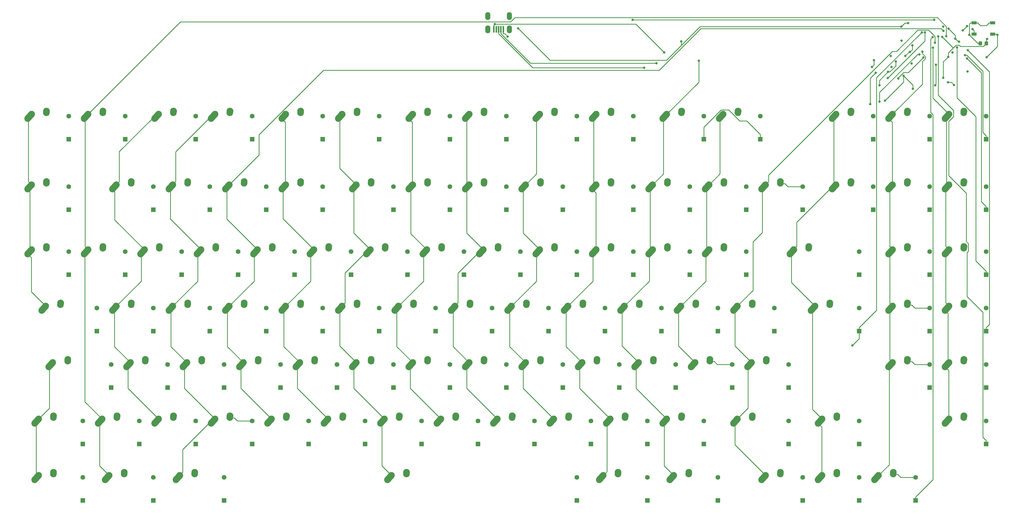
<source format=gbl>
G04 #@! TF.GenerationSoftware,KiCad,Pcbnew,7.0.8*
G04 #@! TF.CreationDate,2023-10-17T11:30:24-05:00*
G04 #@! TF.ProjectId,Vessel,56657373-656c-42e6-9b69-6361645f7063,rev?*
G04 #@! TF.SameCoordinates,Original*
G04 #@! TF.FileFunction,Copper,L2,Bot*
G04 #@! TF.FilePolarity,Positive*
%FSLAX46Y46*%
G04 Gerber Fmt 4.6, Leading zero omitted, Abs format (unit mm)*
G04 Created by KiCad (PCBNEW 7.0.8) date 2023-10-17 11:30:24*
%MOMM*%
%LPD*%
G01*
G04 APERTURE LIST*
G04 Aperture macros list*
%AMRoundRect*
0 Rectangle with rounded corners*
0 $1 Rounding radius*
0 $2 $3 $4 $5 $6 $7 $8 $9 X,Y pos of 4 corners*
0 Add a 4 corners polygon primitive as box body*
4,1,4,$2,$3,$4,$5,$6,$7,$8,$9,$2,$3,0*
0 Add four circle primitives for the rounded corners*
1,1,$1+$1,$2,$3*
1,1,$1+$1,$4,$5*
1,1,$1+$1,$6,$7*
1,1,$1+$1,$8,$9*
0 Add four rect primitives between the rounded corners*
20,1,$1+$1,$2,$3,$4,$5,0*
20,1,$1+$1,$4,$5,$6,$7,0*
20,1,$1+$1,$6,$7,$8,$9,0*
20,1,$1+$1,$8,$9,$2,$3,0*%
%AMHorizOval*
0 Thick line with rounded ends*
0 $1 width*
0 $2 $3 position (X,Y) of the first rounded end (center of the circle)*
0 $4 $5 position (X,Y) of the second rounded end (center of the circle)*
0 Add line between two ends*
20,1,$1,$2,$3,$4,$5,0*
0 Add two circle primitives to create the rounded ends*
1,1,$1,$2,$3*
1,1,$1,$4,$5*%
G04 Aperture macros list end*
G04 #@! TA.AperFunction,ComponentPad*
%ADD10R,1.600000X1.600000*%
G04 #@! TD*
G04 #@! TA.AperFunction,ComponentPad*
%ADD11C,1.600000*%
G04 #@! TD*
G04 #@! TA.AperFunction,ComponentPad*
%ADD12HorizOval,2.250000X0.655001X0.730000X-0.655001X-0.730000X0*%
G04 #@! TD*
G04 #@! TA.AperFunction,ComponentPad*
%ADD13C,2.250000*%
G04 #@! TD*
G04 #@! TA.AperFunction,ComponentPad*
%ADD14HorizOval,2.250000X0.020000X0.290000X-0.020000X-0.290000X0*%
G04 #@! TD*
G04 #@! TA.AperFunction,SMDPad,CuDef*
%ADD15R,1.700000X1.000000*%
G04 #@! TD*
G04 #@! TA.AperFunction,SMDPad,CuDef*
%ADD16RoundRect,0.250000X-0.325000X-0.450000X0.325000X-0.450000X0.325000X0.450000X-0.325000X0.450000X0*%
G04 #@! TD*
G04 #@! TA.AperFunction,ComponentPad*
%ADD17O,1.700000X2.700000*%
G04 #@! TD*
G04 #@! TA.AperFunction,SMDPad,CuDef*
%ADD18R,0.500000X2.250000*%
G04 #@! TD*
G04 #@! TA.AperFunction,ViaPad*
%ADD19C,0.800000*%
G04 #@! TD*
G04 #@! TA.AperFunction,Conductor*
%ADD20C,0.250000*%
G04 #@! TD*
G04 APERTURE END LIST*
D10*
X271725000Y-254795000D03*
D11*
X271725000Y-246995000D03*
D10*
X447937500Y-254795000D03*
D11*
X447937500Y-246995000D03*
D10*
X224100000Y-273845000D03*
D11*
X224100000Y-266045000D03*
D12*
X334745001Y-225217500D03*
D13*
X335400000Y-224487500D03*
D14*
X340420000Y-223697500D03*
D13*
X340440000Y-223407500D03*
D12*
X429995001Y-323325000D03*
D13*
X430650000Y-322595000D03*
D14*
X435670000Y-321805000D03*
D13*
X435690000Y-321515000D03*
D12*
X360938801Y-323325000D03*
D13*
X361593800Y-322595000D03*
D14*
X366613800Y-321805000D03*
D13*
X366633800Y-321515000D03*
D12*
X391895001Y-225217500D03*
D13*
X392550000Y-224487500D03*
D14*
X397570000Y-223697500D03*
D13*
X397590000Y-223407500D03*
D10*
X190762500Y-292895000D03*
D11*
X190762500Y-285095000D03*
D12*
X315695001Y-201405000D03*
D13*
X316350000Y-200675000D03*
D14*
X321370000Y-199885000D03*
D13*
X321390000Y-199595000D03*
D12*
X434757501Y-247125000D03*
D13*
X435412500Y-246395000D03*
D14*
X440432500Y-245605000D03*
D13*
X440452500Y-245315000D03*
D10*
X347925000Y-232887500D03*
D11*
X347925000Y-225087500D03*
D10*
X162187500Y-330995000D03*
D11*
X162187500Y-323195000D03*
D10*
X395550000Y-273845000D03*
D11*
X395550000Y-266045000D03*
D12*
X215682501Y-285225000D03*
D13*
X216337500Y-284495000D03*
D14*
X221357500Y-283705000D03*
D13*
X221377500Y-283415000D03*
D10*
X386025000Y-254795000D03*
D11*
X386025000Y-246995000D03*
D10*
X424125000Y-311945000D03*
D11*
X424125000Y-304145000D03*
D10*
X347925000Y-254795000D03*
D11*
X347925000Y-246995000D03*
D10*
X286012500Y-232887500D03*
D11*
X286012500Y-225087500D03*
D10*
X328875000Y-330995000D03*
D11*
X328875000Y-323195000D03*
D12*
X415707501Y-201405000D03*
D13*
X416362500Y-200675000D03*
D14*
X421382500Y-199885000D03*
D13*
X421402500Y-199595000D03*
D12*
X410945001Y-304275000D03*
D13*
X411600000Y-303545000D03*
D14*
X416620000Y-302755000D03*
D13*
X416640000Y-302465000D03*
D10*
X157425000Y-232887500D03*
D11*
X157425000Y-225087500D03*
D10*
X219337500Y-209075000D03*
D11*
X219337500Y-201275000D03*
D10*
X176475000Y-254795000D03*
D11*
X176475000Y-246995000D03*
D12*
X182345001Y-247125000D03*
D13*
X183000000Y-246395000D03*
D14*
X188020000Y-245605000D03*
D13*
X188040000Y-245315000D03*
D10*
X205050000Y-273845000D03*
D11*
X205050000Y-266045000D03*
D12*
X329982501Y-285225000D03*
D13*
X330637500Y-284495000D03*
D14*
X335657500Y-283705000D03*
D13*
X335677500Y-283415000D03*
D12*
X229970001Y-225217500D03*
D13*
X230625000Y-224487500D03*
D14*
X235645000Y-223697500D03*
D13*
X235665000Y-223407500D03*
D12*
X453807501Y-304275000D03*
D13*
X454462500Y-303545000D03*
D14*
X459482500Y-302755000D03*
D13*
X459502500Y-302465000D03*
D10*
X424125000Y-273845000D03*
D11*
X424125000Y-266045000D03*
D12*
X220445001Y-247125000D03*
D13*
X221100000Y-246395000D03*
D14*
X226120000Y-245605000D03*
D13*
X226140000Y-245315000D03*
D12*
X244257501Y-304275000D03*
D13*
X244912500Y-303545000D03*
D14*
X249932500Y-302755000D03*
D13*
X249952500Y-302465000D03*
D12*
X310932501Y-225217500D03*
D13*
X311587500Y-224487500D03*
D14*
X316607500Y-223697500D03*
D13*
X316627500Y-223407500D03*
D12*
X453807501Y-225217500D03*
D13*
X454462500Y-224487500D03*
D14*
X459482500Y-223697500D03*
D13*
X459502500Y-223407500D03*
D10*
X338400000Y-273845000D03*
D11*
X338400000Y-266045000D03*
D12*
X151388801Y-285225000D03*
D13*
X152043800Y-284495000D03*
D14*
X157063800Y-283705000D03*
D13*
X157083800Y-283415000D03*
D12*
X382370001Y-266175000D03*
D13*
X383025000Y-265445000D03*
D14*
X388045000Y-264655000D03*
D13*
X388065000Y-264365000D03*
D12*
X291882501Y-201405000D03*
D13*
X292537500Y-200675000D03*
D14*
X297557500Y-199885000D03*
D13*
X297577500Y-199595000D03*
D10*
X371737500Y-311945000D03*
D11*
X371737500Y-304145000D03*
D12*
X196632501Y-285225000D03*
D13*
X197287500Y-284495000D03*
D14*
X202307500Y-283705000D03*
D13*
X202327500Y-283415000D03*
D12*
X287120001Y-266175000D03*
D13*
X287775000Y-265445000D03*
D14*
X292795000Y-264655000D03*
D13*
X292815000Y-264365000D03*
D12*
X363320001Y-266175000D03*
D13*
X363975000Y-265445000D03*
D14*
X368995000Y-264655000D03*
D13*
X369015000Y-264365000D03*
D12*
X253782501Y-225217500D03*
D13*
X254437500Y-224487500D03*
D14*
X259457500Y-223697500D03*
D13*
X259477500Y-223407500D03*
D10*
X286012500Y-292895000D03*
D11*
X286012500Y-285095000D03*
D12*
X325220001Y-266175000D03*
D13*
X325875000Y-265445000D03*
D14*
X330895000Y-264655000D03*
D13*
X330915000Y-264365000D03*
D10*
X209812500Y-292895000D03*
D11*
X209812500Y-285095000D03*
D12*
X408563801Y-266175000D03*
D13*
X409218800Y-265445000D03*
D14*
X414238800Y-264655000D03*
D13*
X414258800Y-264365000D03*
D12*
X434757501Y-266175000D03*
D13*
X435412500Y-265445000D03*
D14*
X440432500Y-264655000D03*
D13*
X440452500Y-264365000D03*
D10*
X186000000Y-232887500D03*
D11*
X186000000Y-225087500D03*
D10*
X195525000Y-254795000D03*
D11*
X195525000Y-246995000D03*
D12*
X191870001Y-266175000D03*
D13*
X192525000Y-265445000D03*
D14*
X197545000Y-264655000D03*
D13*
X197565000Y-264365000D03*
D10*
X186000000Y-330995000D03*
D11*
X186000000Y-323195000D03*
D12*
X201395001Y-247125000D03*
D13*
X202050000Y-246395000D03*
D14*
X207070000Y-245605000D03*
D13*
X207090000Y-245315000D03*
D10*
X305062500Y-292895000D03*
D11*
X305062500Y-285095000D03*
D12*
X144245001Y-247125000D03*
D13*
X144900000Y-246395000D03*
D14*
X149920000Y-245605000D03*
D13*
X149940000Y-245315000D03*
D12*
X229970001Y-266175000D03*
D13*
X230625000Y-265445000D03*
D14*
X235645000Y-264655000D03*
D13*
X235665000Y-264365000D03*
D12*
X172820001Y-225217500D03*
D13*
X173475000Y-224487500D03*
D14*
X178495000Y-223697500D03*
D13*
X178515000Y-223407500D03*
D12*
X272832501Y-225217500D03*
D13*
X273487500Y-224487500D03*
D14*
X278507500Y-223697500D03*
D13*
X278527500Y-223407500D03*
D10*
X424125000Y-254795000D03*
D11*
X424125000Y-246995000D03*
D12*
X334745001Y-201405000D03*
D13*
X335400000Y-200675000D03*
D14*
X340420000Y-199885000D03*
D13*
X340440000Y-199595000D03*
D10*
X166950000Y-273845000D03*
D11*
X166950000Y-266045000D03*
D12*
X337126301Y-323325000D03*
D13*
X337781300Y-322595000D03*
D14*
X342801300Y-321805000D03*
D13*
X342821300Y-321515000D03*
D12*
X310932501Y-285225000D03*
D13*
X311587500Y-284495000D03*
D14*
X316607500Y-283705000D03*
D13*
X316627500Y-283415000D03*
D10*
X266962500Y-232887500D03*
D11*
X266962500Y-225087500D03*
D10*
X186000000Y-273845000D03*
D11*
X186000000Y-266045000D03*
D12*
X194251301Y-323325000D03*
D13*
X194906300Y-322595000D03*
D14*
X199926300Y-321805000D03*
D13*
X199946300Y-321515000D03*
D10*
X205050000Y-232887500D03*
D11*
X205050000Y-225087500D03*
D10*
X209812500Y-330995000D03*
D11*
X209812500Y-323195000D03*
D12*
X229970001Y-201405000D03*
D13*
X230625000Y-200675000D03*
D14*
X235645000Y-199885000D03*
D13*
X235665000Y-199595000D03*
D10*
X352687500Y-330995000D03*
D11*
X352687500Y-323195000D03*
D10*
X314587500Y-311945000D03*
D11*
X314587500Y-304145000D03*
D12*
X434757501Y-285225000D03*
D13*
X435412500Y-284495000D03*
D14*
X440432500Y-283705000D03*
D13*
X440452500Y-283415000D03*
D10*
X447937500Y-292895000D03*
D11*
X447937500Y-285095000D03*
D10*
X224100000Y-232887500D03*
D11*
X224100000Y-225087500D03*
D12*
X453807501Y-201405000D03*
D13*
X454462500Y-200675000D03*
D14*
X459482500Y-199885000D03*
D13*
X459502500Y-199595000D03*
D12*
X339507501Y-304275000D03*
D13*
X340162500Y-303545000D03*
D14*
X345182500Y-302755000D03*
D13*
X345202500Y-302465000D03*
D10*
X328875000Y-254795000D03*
D11*
X328875000Y-246995000D03*
D12*
X320457501Y-304275000D03*
D13*
X321112500Y-303545000D03*
D14*
X326132500Y-302755000D03*
D13*
X326152500Y-302465000D03*
D10*
X466987500Y-292895000D03*
D11*
X466987500Y-285095000D03*
D10*
X324112500Y-232887500D03*
D11*
X324112500Y-225087500D03*
D12*
X187107501Y-304275000D03*
D13*
X187762500Y-303545000D03*
D14*
X192782500Y-302755000D03*
D13*
X192802500Y-302465000D03*
D10*
X262200000Y-209075000D03*
D11*
X262200000Y-201275000D03*
D12*
X191870001Y-225217500D03*
D13*
X192525000Y-224487500D03*
D14*
X197545000Y-223697500D03*
D13*
X197565000Y-223407500D03*
D12*
X434757501Y-201405000D03*
D13*
X435412500Y-200675000D03*
D14*
X440432500Y-199885000D03*
D13*
X440452500Y-199595000D03*
D12*
X372845001Y-247125000D03*
D13*
X373500000Y-246395000D03*
D14*
X378520000Y-245605000D03*
D13*
X378540000Y-245315000D03*
D10*
X243150000Y-209075000D03*
D11*
X243150000Y-201275000D03*
D10*
X181237500Y-311945000D03*
D11*
X181237500Y-304145000D03*
D10*
X390787500Y-209075000D03*
D11*
X390787500Y-201275000D03*
D10*
X447937500Y-273845000D03*
D11*
X447937500Y-266045000D03*
D12*
X265688801Y-323325000D03*
D13*
X266343800Y-322595000D03*
D14*
X271363800Y-321805000D03*
D13*
X271383800Y-321515000D03*
D12*
X239495001Y-247125000D03*
D13*
X240150000Y-246395000D03*
D14*
X245170000Y-245605000D03*
D13*
X245190000Y-245315000D03*
D12*
X372845001Y-225217500D03*
D13*
X373500000Y-224487500D03*
D14*
X378520000Y-223697500D03*
D13*
X378540000Y-223407500D03*
D12*
X415707501Y-225217500D03*
D13*
X416362500Y-224487500D03*
D14*
X421382500Y-223697500D03*
D13*
X421402500Y-223407500D03*
D10*
X305062500Y-232887500D03*
D11*
X305062500Y-225087500D03*
D12*
X387132501Y-285225000D03*
D13*
X387787500Y-284495000D03*
D14*
X392807500Y-283705000D03*
D13*
X392827500Y-283415000D03*
D10*
X428887500Y-232887500D03*
D11*
X428887500Y-225087500D03*
D12*
X358557501Y-201405000D03*
D13*
X359212500Y-200675000D03*
D14*
X364232500Y-199885000D03*
D13*
X364252500Y-199595000D03*
D10*
X405075000Y-330995000D03*
D11*
X405075000Y-323195000D03*
D10*
X176475000Y-209075000D03*
D11*
X176475000Y-201275000D03*
D10*
X466987500Y-311945000D03*
D11*
X466987500Y-304145000D03*
D10*
X171712500Y-292895000D03*
D11*
X171712500Y-285095000D03*
D12*
X249020001Y-266175000D03*
D13*
X249675000Y-265445000D03*
D14*
X254695000Y-264655000D03*
D13*
X254715000Y-264365000D03*
D10*
X352687500Y-311945000D03*
D11*
X352687500Y-304145000D03*
D10*
X381262500Y-292895000D03*
D11*
X381262500Y-285095000D03*
D12*
X253782501Y-285225000D03*
D13*
X254437500Y-284495000D03*
D14*
X259457500Y-283705000D03*
D13*
X259477500Y-283415000D03*
D12*
X391895001Y-323325000D03*
D13*
X392550000Y-322595000D03*
D14*
X397570000Y-321805000D03*
D13*
X397590000Y-321515000D03*
D12*
X206157501Y-304275000D03*
D13*
X206812500Y-303545000D03*
D14*
X211832500Y-302755000D03*
D13*
X211852500Y-302465000D03*
D10*
X371737500Y-209075000D03*
D11*
X371737500Y-201275000D03*
D10*
X233625000Y-254795000D03*
D11*
X233625000Y-246995000D03*
D10*
X324112500Y-292895000D03*
D11*
X324112500Y-285095000D03*
D10*
X343162500Y-292895000D03*
D11*
X343162500Y-285095000D03*
D10*
X295537500Y-311945000D03*
D11*
X295537500Y-304145000D03*
D12*
X377607501Y-201405000D03*
D13*
X378262500Y-200675000D03*
D14*
X383282500Y-199885000D03*
D13*
X383302500Y-199595000D03*
D12*
X210920001Y-266175000D03*
D13*
X211575000Y-265445000D03*
D14*
X216595000Y-264655000D03*
D13*
X216615000Y-264365000D03*
D10*
X424125000Y-330995000D03*
D11*
X424125000Y-323195000D03*
D12*
X291882501Y-225217500D03*
D13*
X292537500Y-224487500D03*
D14*
X297557500Y-223697500D03*
D13*
X297577500Y-223407500D03*
D10*
X366975000Y-232887500D03*
D11*
X366975000Y-225087500D03*
D12*
X368082501Y-285225000D03*
D13*
X368737500Y-284495000D03*
D14*
X373757500Y-283705000D03*
D13*
X373777500Y-283415000D03*
D12*
X258545001Y-247125000D03*
D13*
X259200000Y-246395000D03*
D14*
X264220000Y-245605000D03*
D13*
X264240000Y-245315000D03*
D10*
X257437500Y-311945000D03*
D11*
X257437500Y-304145000D03*
D10*
X243150000Y-273845000D03*
D11*
X243150000Y-266045000D03*
D10*
X157425000Y-209075000D03*
D11*
X157425000Y-201275000D03*
D12*
X146626301Y-304275000D03*
D13*
X147281300Y-303545000D03*
D14*
X152301300Y-302755000D03*
D13*
X152321300Y-302465000D03*
D12*
X410945001Y-323325000D03*
D13*
X411600000Y-322595000D03*
D14*
X416620000Y-321805000D03*
D13*
X416640000Y-321515000D03*
D12*
X291882501Y-285225000D03*
D13*
X292537500Y-284495000D03*
D14*
X297557500Y-283705000D03*
D13*
X297577500Y-283415000D03*
D12*
X163295001Y-247125000D03*
D13*
X163950000Y-246395000D03*
D14*
X168970000Y-245605000D03*
D13*
X168990000Y-245315000D03*
D12*
X358557501Y-304275000D03*
D13*
X359212500Y-303545000D03*
D14*
X364232500Y-302755000D03*
D13*
X364252500Y-302465000D03*
D12*
X453807501Y-266175000D03*
D13*
X454462500Y-265445000D03*
D14*
X459482500Y-264655000D03*
D13*
X459502500Y-264365000D03*
D12*
X349032501Y-285225000D03*
D13*
X349687500Y-284495000D03*
D14*
X354707500Y-283705000D03*
D13*
X354727500Y-283415000D03*
D12*
X146626301Y-323325000D03*
D13*
X147281300Y-322595000D03*
D14*
X152301300Y-321805000D03*
D13*
X152321300Y-321515000D03*
D10*
X290775000Y-254795000D03*
D11*
X290775000Y-246995000D03*
D10*
X200287500Y-209075000D03*
D11*
X200287500Y-201275000D03*
D10*
X376500000Y-273845000D03*
D11*
X376500000Y-266045000D03*
D12*
X268070001Y-266175000D03*
D13*
X268725000Y-265445000D03*
D14*
X273745000Y-264655000D03*
D13*
X273765000Y-264365000D03*
D12*
X344270001Y-266175000D03*
D13*
X344925000Y-265445000D03*
D14*
X349945000Y-264655000D03*
D13*
X349965000Y-264365000D03*
D10*
X328875000Y-209075000D03*
D11*
X328875000Y-201275000D03*
D10*
X200287500Y-311945000D03*
D11*
X200287500Y-304145000D03*
D10*
X405075000Y-232887500D03*
D11*
X405075000Y-225087500D03*
D10*
X238387500Y-311945000D03*
D11*
X238387500Y-304145000D03*
D12*
X144245001Y-225217500D03*
D13*
X144900000Y-224487500D03*
D14*
X149920000Y-223697500D03*
D13*
X149940000Y-223407500D03*
D12*
X249020001Y-201405000D03*
D13*
X249675000Y-200675000D03*
D14*
X254695000Y-199885000D03*
D13*
X254715000Y-199595000D03*
D12*
X163295001Y-201405000D03*
D13*
X163950000Y-200675000D03*
D14*
X168970000Y-199885000D03*
D13*
X168990000Y-199595000D03*
D12*
X453807501Y-285225000D03*
D13*
X454462500Y-284495000D03*
D14*
X459482500Y-283705000D03*
D13*
X459502500Y-283415000D03*
D10*
X347925000Y-209075000D03*
D11*
X347925000Y-201275000D03*
D10*
X281250000Y-273845000D03*
D11*
X281250000Y-266045000D03*
D10*
X466987500Y-209075000D03*
D11*
X466987500Y-201275000D03*
D10*
X243150000Y-232887500D03*
D11*
X243150000Y-225087500D03*
D10*
X319350000Y-273845000D03*
D11*
X319350000Y-266045000D03*
D10*
X466987500Y-273845000D03*
D11*
X466987500Y-266045000D03*
D12*
X234732501Y-285225000D03*
D13*
X235387500Y-284495000D03*
D14*
X240407500Y-283705000D03*
D13*
X240427500Y-283415000D03*
D12*
X382370001Y-304275000D03*
D13*
X383025000Y-303545000D03*
D14*
X388045000Y-302755000D03*
D13*
X388065000Y-302465000D03*
D10*
X466987500Y-254795000D03*
D11*
X466987500Y-246995000D03*
D10*
X300300000Y-273845000D03*
D11*
X300300000Y-266045000D03*
D10*
X362212500Y-292895000D03*
D11*
X362212500Y-285095000D03*
D12*
X168057501Y-304275000D03*
D13*
X168712500Y-303545000D03*
D14*
X173732500Y-302755000D03*
D13*
X173752500Y-302465000D03*
D12*
X306170001Y-266175000D03*
D13*
X306825000Y-265445000D03*
D14*
X311845000Y-264655000D03*
D13*
X311865000Y-264365000D03*
D10*
X214575000Y-254795000D03*
D11*
X214575000Y-246995000D03*
D12*
X272832501Y-285225000D03*
D13*
X273487500Y-284495000D03*
D14*
X278507500Y-283705000D03*
D13*
X278527500Y-283415000D03*
D12*
X206157501Y-201405000D03*
D13*
X206812500Y-200675000D03*
D14*
X211832500Y-199885000D03*
D13*
X211852500Y-199595000D03*
D10*
X357450000Y-273845000D03*
D11*
X357450000Y-266045000D03*
D10*
X219337500Y-311945000D03*
D11*
X219337500Y-304145000D03*
D12*
X277595001Y-247125000D03*
D13*
X278250000Y-246395000D03*
D14*
X283270000Y-245605000D03*
D13*
X283290000Y-245315000D03*
D12*
X301407501Y-304275000D03*
D13*
X302062500Y-303545000D03*
D14*
X307082500Y-302755000D03*
D13*
X307102500Y-302465000D03*
D10*
X309825000Y-254795000D03*
D11*
X309825000Y-246995000D03*
D12*
X434757501Y-225217500D03*
D13*
X435412500Y-224487500D03*
D14*
X440432500Y-223697500D03*
D13*
X440452500Y-223407500D03*
D12*
X353795001Y-247125000D03*
D13*
X354450000Y-246395000D03*
D14*
X359470000Y-245605000D03*
D13*
X359490000Y-245315000D03*
D12*
X172820001Y-266175000D03*
D13*
X173475000Y-265445000D03*
D14*
X178495000Y-264655000D03*
D13*
X178515000Y-264365000D03*
D10*
X447937500Y-209075000D03*
D11*
X447937500Y-201275000D03*
D12*
X225207501Y-304275000D03*
D13*
X225862500Y-303545000D03*
D14*
X230882500Y-302755000D03*
D13*
X230902500Y-302465000D03*
D10*
X247912500Y-292895000D03*
D11*
X247912500Y-285095000D03*
D10*
X386025000Y-232887500D03*
D11*
X386025000Y-225087500D03*
D10*
X443175000Y-330995000D03*
D11*
X443175000Y-323195000D03*
D10*
X228862500Y-292895000D03*
D11*
X228862500Y-285095000D03*
D12*
X187107501Y-201405000D03*
D13*
X187762500Y-200675000D03*
D14*
X192782500Y-199885000D03*
D13*
X192802500Y-199595000D03*
D10*
X400312500Y-311945000D03*
D11*
X400312500Y-304145000D03*
D10*
X447937500Y-232887500D03*
D11*
X447937500Y-225087500D03*
D10*
X333637500Y-311945000D03*
D11*
X333637500Y-304145000D03*
D12*
X177582501Y-285225000D03*
D13*
X178237500Y-284495000D03*
D14*
X183257500Y-283705000D03*
D13*
X183277500Y-283415000D03*
D12*
X149007501Y-266175000D03*
D13*
X149662500Y-265445000D03*
D14*
X154682500Y-264655000D03*
D13*
X154702500Y-264365000D03*
D12*
X144245001Y-201405000D03*
D13*
X144900000Y-200675000D03*
D14*
X149920000Y-199885000D03*
D13*
X149940000Y-199595000D03*
D10*
X400312500Y-292895000D03*
D11*
X400312500Y-285095000D03*
D12*
X334745001Y-247125000D03*
D13*
X335400000Y-246395000D03*
D14*
X340420000Y-245605000D03*
D13*
X340440000Y-245315000D03*
D10*
X157425000Y-254795000D03*
D11*
X157425000Y-246995000D03*
D10*
X376500000Y-330995000D03*
D11*
X376500000Y-323195000D03*
D12*
X170438801Y-323325000D03*
D13*
X171093800Y-322595000D03*
D14*
X176113800Y-321805000D03*
D13*
X176133800Y-321515000D03*
D12*
X453807501Y-247125000D03*
D13*
X454462500Y-246395000D03*
D14*
X459482500Y-245605000D03*
D13*
X459502500Y-245315000D03*
D10*
X286012500Y-209075000D03*
D11*
X286012500Y-201275000D03*
D10*
X262200000Y-273845000D03*
D11*
X262200000Y-266045000D03*
D12*
X282357501Y-304275000D03*
D13*
X283012500Y-303545000D03*
D14*
X288032500Y-302755000D03*
D13*
X288052500Y-302465000D03*
D10*
X466987500Y-232887500D03*
D11*
X466987500Y-225087500D03*
D12*
X263307501Y-304275000D03*
D13*
X263962500Y-303545000D03*
D14*
X268982500Y-302755000D03*
D13*
X269002500Y-302465000D03*
D12*
X272832501Y-201405000D03*
D13*
X273487500Y-200675000D03*
D14*
X278507500Y-199885000D03*
D13*
X278527500Y-199595000D03*
D10*
X162187500Y-311945000D03*
D11*
X162187500Y-304145000D03*
D10*
X276487500Y-311945000D03*
D11*
X276487500Y-304145000D03*
D10*
X266962500Y-292895000D03*
D11*
X266962500Y-285095000D03*
D10*
X366975000Y-254795000D03*
D11*
X366975000Y-246995000D03*
D12*
X296645001Y-247125000D03*
D13*
X297300000Y-246395000D03*
D14*
X302320000Y-245605000D03*
D13*
X302340000Y-245315000D03*
D10*
X305062500Y-209075000D03*
D11*
X305062500Y-201275000D03*
D10*
X428887500Y-209075000D03*
D11*
X428887500Y-201275000D03*
D12*
X401420001Y-247125000D03*
D13*
X402075000Y-246395000D03*
D14*
X407095000Y-245605000D03*
D13*
X407115000Y-245315000D03*
D12*
X315695001Y-247125000D03*
D13*
X316350000Y-246395000D03*
D14*
X321370000Y-245605000D03*
D13*
X321390000Y-245315000D03*
D10*
X252675000Y-254795000D03*
D11*
X252675000Y-246995000D03*
D12*
X210920001Y-225217500D03*
D13*
X211575000Y-224487500D03*
D14*
X216595000Y-223697500D03*
D13*
X216615000Y-223407500D03*
D12*
X353795001Y-225217500D03*
D13*
X354450000Y-224487500D03*
D14*
X359470000Y-223697500D03*
D13*
X359490000Y-223407500D03*
D15*
X462901600Y-173632900D03*
X469201600Y-173632900D03*
X462901600Y-169832900D03*
X469201600Y-169832900D03*
D16*
X465026600Y-176732900D03*
X467076600Y-176732900D03*
D17*
X306125000Y-167550000D03*
X298825000Y-167550000D03*
X306125000Y-172050000D03*
X298825000Y-172050000D03*
D18*
X304075000Y-172050000D03*
X303275000Y-172050000D03*
X302475000Y-172050000D03*
X301675000Y-172050000D03*
X300875000Y-172050000D03*
D19*
X467125000Y-181425000D03*
X364150000Y-176125000D03*
X309050000Y-171675000D03*
X432875000Y-196025000D03*
X427875000Y-197250000D03*
X429775000Y-186637500D03*
X429150000Y-182425000D03*
X428425000Y-184725000D03*
X454100000Y-189925000D03*
X460700000Y-186250000D03*
X450025000Y-183986500D03*
X456175000Y-190800000D03*
X449772500Y-190900000D03*
X438375000Y-171068500D03*
X439725000Y-180975000D03*
X442075000Y-177475000D03*
X460575000Y-170900000D03*
X454275000Y-171750000D03*
X456550000Y-175125000D03*
X457800000Y-176150000D03*
X435066000Y-184724000D03*
X459149000Y-172371000D03*
X452491000Y-171100000D03*
X438426000Y-175815000D03*
X441259000Y-179683000D03*
X439104000Y-187683000D03*
X462414100Y-171949000D03*
X440672000Y-169910000D03*
X455619000Y-179786000D03*
X442240000Y-192106000D03*
X470794800Y-173869900D03*
X434827000Y-180966000D03*
X441880000Y-183506000D03*
X305556100Y-174448900D03*
X452199600Y-174565500D03*
X301248000Y-170283000D03*
X430967000Y-190891100D03*
X452534900Y-188385600D03*
X358316700Y-179812100D03*
X454217900Y-181295500D03*
X436490300Y-182838600D03*
X433894800Y-186371700D03*
X467284000Y-175279000D03*
X453536000Y-174327000D03*
X433789000Y-188457000D03*
X446326000Y-173003000D03*
X452567000Y-172553000D03*
X347654000Y-168792000D03*
X449429000Y-168801000D03*
X370018000Y-182625000D03*
X437391000Y-188629000D03*
X445793000Y-181540000D03*
X449730000Y-176543000D03*
X430967000Y-196430000D03*
X444488000Y-180449000D03*
X445448000Y-179535000D03*
X449048000Y-178202000D03*
X459898000Y-180762000D03*
X460542000Y-181849000D03*
X457132000Y-178136000D03*
X460816000Y-179008000D03*
X445274000Y-173013000D03*
X421831000Y-278719000D03*
X450789000Y-174423000D03*
X448918000Y-174637000D03*
X461318000Y-173870000D03*
X355697000Y-183427000D03*
X351584000Y-185005000D03*
D20*
X467125000Y-181425000D02*
X470794800Y-177755200D01*
X470794800Y-177755200D02*
X470794800Y-173869900D01*
X364020738Y-177545738D02*
X364150000Y-177416476D01*
X364150000Y-177416476D02*
X364150000Y-176125000D01*
X364020738Y-177545738D02*
X370497976Y-171068500D01*
X359120738Y-182445738D02*
X364020738Y-177545738D01*
X309050000Y-171675000D02*
X319820738Y-182445738D01*
X319820738Y-182445738D02*
X359120738Y-182445738D01*
X370497976Y-171068500D02*
X438375000Y-171068500D01*
X439104000Y-189796000D02*
X439104000Y-187683000D01*
X432875000Y-196025000D02*
X439104000Y-189796000D01*
X427875000Y-188537500D02*
X427875000Y-197250000D01*
X429775000Y-186637500D02*
X427875000Y-188537500D01*
X429150000Y-184000000D02*
X428425000Y-184725000D01*
X429150000Y-182425000D02*
X429150000Y-184000000D01*
X455300000Y-189925000D02*
X456175000Y-190800000D01*
X454100000Y-189925000D02*
X455300000Y-189925000D01*
X450025000Y-183986500D02*
X450025000Y-190647500D01*
X450025000Y-190647500D02*
X449772500Y-190900000D01*
X439533500Y-169910000D02*
X438375000Y-171068500D01*
X440672000Y-169910000D02*
X439533500Y-169910000D01*
X441017000Y-179683000D02*
X439725000Y-180975000D01*
X441259000Y-179683000D02*
X441017000Y-179683000D01*
X442075000Y-178867000D02*
X442075000Y-177475000D01*
X441259000Y-179683000D02*
X442075000Y-178867000D01*
X459149000Y-172326000D02*
X460575000Y-170900000D01*
X459149000Y-172371000D02*
X459149000Y-172326000D01*
X456550000Y-174025000D02*
X454275000Y-171750000D01*
X456550000Y-175125000D02*
X456550000Y-174025000D01*
X457575000Y-176150000D02*
X456550000Y-175125000D01*
X457800000Y-176150000D02*
X457575000Y-176150000D01*
X442240000Y-192106000D02*
X442240000Y-190819000D01*
X442240000Y-190819000D02*
X439104000Y-187683000D01*
X470794800Y-173869900D02*
X470615500Y-173869900D01*
X304609100Y-173501900D02*
X304075000Y-173501900D01*
X470615500Y-173869900D02*
X470378500Y-173632900D01*
X304075000Y-172050000D02*
X304075000Y-173501900D01*
X305556100Y-174448900D02*
X304609100Y-173501900D01*
X462414100Y-171949000D02*
X462901600Y-172436500D01*
X462901600Y-172436500D02*
X462901600Y-173632900D01*
X469201600Y-173632900D02*
X470378500Y-173632900D01*
X301248000Y-170283000D02*
X348787600Y-170283000D01*
X467076600Y-176343800D02*
X467076600Y-176732900D01*
X467076600Y-176732900D02*
X466017400Y-177792100D01*
X434480400Y-186371700D02*
X436490300Y-184361800D01*
X467077000Y-176343400D02*
X467076600Y-176343800D01*
X300875000Y-172050000D02*
X300875000Y-170598000D01*
X455935400Y-178301300D02*
X452199600Y-174565500D01*
X430967000Y-190891100D02*
X430967000Y-189299500D01*
X430967000Y-189299500D02*
X433894800Y-186371700D01*
X467077000Y-176343400D02*
X467077000Y-176733000D01*
X466017400Y-177792100D02*
X458380100Y-177792100D01*
X348787600Y-170283000D02*
X358316700Y-179812100D01*
X454217900Y-180018800D02*
X454217900Y-181295500D01*
X456861100Y-177375600D02*
X455935400Y-178301300D01*
X452534900Y-182978500D02*
X452534900Y-188385600D01*
X457963600Y-177375600D02*
X456861100Y-177375600D01*
X436490300Y-184361800D02*
X436490300Y-182838600D01*
X467284000Y-175279000D02*
X467077000Y-175486000D01*
X454217900Y-181295500D02*
X452534900Y-182978500D01*
X433894800Y-186371700D02*
X434480400Y-186371700D01*
X467077000Y-175486000D02*
X467077000Y-176343400D01*
X455935400Y-178301300D02*
X454217900Y-180018800D01*
X300875000Y-170598000D02*
X300932000Y-170598000D01*
X458380100Y-177792100D02*
X457963600Y-177375600D01*
X300932000Y-170598000D02*
X301248000Y-170283000D01*
X144294000Y-247151000D02*
X143590000Y-247855000D01*
X143590000Y-225948000D02*
X144245000Y-225293000D01*
X144294000Y-226652000D02*
X143590000Y-225948000D01*
X147281300Y-303544700D02*
X150952000Y-299874000D01*
X146450000Y-321764000D02*
X146450000Y-305484000D01*
X150733800Y-285955000D02*
X150734000Y-285955000D01*
X144294000Y-246395000D02*
X144294000Y-226652000D01*
X145971000Y-324055000D02*
X145971300Y-324054700D01*
X147281000Y-322745000D02*
X147281000Y-322595000D01*
X145971300Y-324054700D02*
X145971300Y-324055000D01*
X145971300Y-305005300D02*
X145971300Y-305005000D01*
X144244500Y-225293000D02*
X143590000Y-225947500D01*
X150734000Y-285805000D02*
X152043800Y-284495200D01*
X147281300Y-303544700D02*
X147281300Y-303545000D01*
X149662000Y-265445000D02*
X144829000Y-260612000D01*
X152043800Y-284495200D02*
X152044000Y-284495000D01*
X145971000Y-305005000D02*
X145971000Y-304855000D01*
X149662500Y-265445000D02*
X149662000Y-265445000D01*
X144245000Y-225293000D02*
X144900000Y-224638000D01*
X150952000Y-299874000D02*
X150952000Y-286173000D01*
X144829000Y-260612000D02*
X144829000Y-249094000D01*
X144829000Y-249094000D02*
X143590000Y-247855000D01*
X145971000Y-304855000D02*
X147281300Y-303544700D01*
X144900000Y-224487500D02*
X144900000Y-224488000D01*
X145971300Y-324054700D02*
X147281000Y-322745000D01*
X147281000Y-322595000D02*
X146450000Y-321764000D01*
X150734000Y-285955000D02*
X150734000Y-285805000D01*
X150952000Y-286173000D02*
X150734000Y-285955000D01*
X146450000Y-305484000D02*
X145971300Y-305005300D01*
X144294000Y-246395000D02*
X144294000Y-247151000D01*
X145971300Y-305005300D02*
X145971000Y-305005000D01*
X144900000Y-246395000D02*
X144294000Y-246395000D01*
X147281300Y-322595000D02*
X147281000Y-322595000D01*
X143772000Y-223359000D02*
X143772000Y-202317000D01*
X152043800Y-284495200D02*
X152043800Y-284495000D01*
X144900000Y-224638000D02*
X144900000Y-224488000D01*
X144900000Y-224488000D02*
X143772000Y-223359000D01*
X144245000Y-225293000D02*
X144244500Y-225293000D01*
X143772000Y-202317000D02*
X143590000Y-202135000D01*
X162640000Y-247705000D02*
X162640000Y-247855000D01*
X163950000Y-246395000D02*
X162640000Y-247705000D01*
X162968000Y-201658000D02*
X163950000Y-200675000D01*
X162640000Y-202135000D02*
X162968000Y-202135000D01*
X306515000Y-169498000D02*
X307950000Y-168062000D01*
X453536000Y-171062000D02*
X453536000Y-174327000D01*
X307950000Y-168062000D02*
X450536000Y-168062000D01*
X167402000Y-305005000D02*
X167402500Y-305005500D01*
X169784000Y-323905000D02*
X169784000Y-323980000D01*
X167881000Y-319383000D02*
X169487500Y-320989000D01*
X169784000Y-323980000D02*
X169783800Y-323980200D01*
X167402500Y-305005500D02*
X167881000Y-305484000D01*
X169487500Y-320989000D02*
X171094000Y-322595000D01*
X167402000Y-304855000D02*
X167402000Y-305005000D01*
X195127000Y-169498000D02*
X306515000Y-169498000D01*
X163950000Y-200675000D02*
X195127000Y-169498000D01*
X167402500Y-305005500D02*
X167402500Y-305005000D01*
X169487800Y-320989000D02*
X171093800Y-322595000D01*
X167881000Y-305484000D02*
X167881000Y-319383000D01*
X450536000Y-168062000D02*
X453536000Y-171062000D01*
X162879000Y-248094000D02*
X162879000Y-297712000D01*
X162640000Y-247855000D02*
X162879000Y-248094000D01*
X163950000Y-246395000D02*
X162968000Y-245412000D01*
X162968000Y-202135000D02*
X162968000Y-201658000D01*
X169783800Y-323980200D02*
X169783800Y-324055000D01*
X168712500Y-303545000D02*
X168712000Y-303545000D01*
X162968000Y-245412000D02*
X162968000Y-202135000D01*
X169487500Y-320989000D02*
X169487800Y-320989000D01*
X162879000Y-297712000D02*
X168712000Y-303545000D01*
X169784000Y-323980000D02*
X169784000Y-324055000D01*
X171094000Y-322595000D02*
X169784000Y-323905000D01*
X168712000Y-303545000D02*
X167402000Y-304855000D01*
X181690000Y-247855000D02*
X181929000Y-248094000D01*
X185611000Y-202135000D02*
X174466000Y-213279000D01*
X173475000Y-224488000D02*
X173475000Y-224487500D01*
X176928000Y-285805000D02*
X176928000Y-285955000D01*
X172940000Y-236335000D02*
X172940000Y-226722000D01*
X174466000Y-213279000D02*
X174466000Y-223382000D01*
X172838000Y-267578000D02*
X172838000Y-279095000D01*
X176927500Y-285955000D02*
X176928000Y-285955000D01*
X173315500Y-224665000D02*
X174466000Y-223382000D01*
X186452000Y-202135000D02*
X185611000Y-202135000D01*
X173315500Y-224665000D02*
X172165000Y-225815500D01*
X173475000Y-224374000D02*
X174466000Y-223382000D01*
X446326000Y-175920000D02*
X433789000Y-188457000D01*
X181929000Y-248094000D02*
X181929000Y-256991000D01*
X176928000Y-285955000D02*
X177406000Y-286434000D01*
X187762000Y-303545000D02*
X186452000Y-304855000D01*
X181690000Y-247855000D02*
X181690000Y-247705000D01*
X187762500Y-303545000D02*
X187762000Y-303545000D01*
X177406000Y-286434000D02*
X177406000Y-293189000D01*
X178237600Y-284495000D02*
X178237800Y-284495200D01*
X186452000Y-304855000D02*
X186452000Y-305005000D01*
X172838000Y-279095000D02*
X178238000Y-284495000D01*
X186452000Y-202135000D02*
X186452500Y-202135000D01*
X172165000Y-266905000D02*
X172838000Y-267578000D01*
X186452500Y-305005000D02*
X186452000Y-305005000D01*
X446326000Y-173003000D02*
X446326000Y-175920000D01*
X172165000Y-266905000D02*
X172165000Y-266755000D01*
X172165000Y-266755000D02*
X173475000Y-265445000D01*
X178237800Y-284495200D02*
X176928000Y-285805000D01*
X183000000Y-246395000D02*
X172940000Y-236335000D01*
X178238000Y-284495000D02*
X178237800Y-284495200D01*
X178237500Y-284495000D02*
X178237600Y-284495000D01*
X173475000Y-224487500D02*
X173475000Y-224374000D01*
X181690000Y-247705000D02*
X183000000Y-246395000D01*
X177406000Y-293189000D02*
X187762000Y-303545000D01*
X172940000Y-226722000D02*
X172165000Y-225948000D01*
X172165000Y-225948000D02*
X173315500Y-224665000D01*
X181929000Y-256991000D02*
X173475000Y-265445000D01*
X172165000Y-225815500D02*
X172165000Y-225947500D01*
X191215000Y-266905000D02*
X191888000Y-267578000D01*
X191694000Y-226426000D02*
X191215000Y-225948000D01*
X195978000Y-285805000D02*
X195978000Y-285955000D01*
X193596300Y-324055000D02*
X193596200Y-324055000D01*
X193516000Y-223382000D02*
X193516000Y-213305000D01*
X191215000Y-225947500D02*
X191215000Y-225948000D01*
X192525000Y-224487500D02*
X192525000Y-224374000D01*
X200740000Y-247855000D02*
X200740000Y-247705000D01*
X205502500Y-202106200D02*
X205502000Y-202105700D01*
X191888000Y-267578000D02*
X191888000Y-279095000D01*
X196456000Y-293189000D02*
X206812000Y-303545000D01*
X195978000Y-285955000D02*
X196456000Y-286434000D01*
X191215000Y-266755000D02*
X192525000Y-265445000D01*
X197287800Y-284495200D02*
X195978000Y-285805000D01*
X205502000Y-202105700D02*
X205502000Y-201985000D01*
X195898000Y-313826000D02*
X195898000Y-321490000D01*
X194906000Y-322481000D02*
X195898000Y-321490000D01*
X194906300Y-322595000D02*
X194906000Y-322595000D01*
X204687000Y-202135000D02*
X205502000Y-202135000D01*
X193516000Y-213305000D02*
X204687000Y-202135000D01*
X196456000Y-286434000D02*
X196456000Y-293189000D01*
X204718000Y-305005000D02*
X195898000Y-313826000D01*
X191215000Y-266905000D02*
X191215000Y-266755000D01*
X205502000Y-201985000D02*
X206812000Y-200675000D01*
X197287500Y-284495000D02*
X197287600Y-284495000D01*
X200740000Y-247705000D02*
X202050000Y-246395000D01*
X193596100Y-324054900D02*
X195898000Y-321490000D01*
X206812500Y-303545000D02*
X206812000Y-303545000D01*
X193596200Y-324055000D02*
X193596100Y-324054900D01*
X200979000Y-256991000D02*
X192525000Y-265445000D01*
X205502500Y-305005000D02*
X205502000Y-305005000D01*
X205502500Y-202135000D02*
X205502500Y-202106200D01*
X194906000Y-322595000D02*
X194906000Y-322481000D01*
X202050000Y-246395000D02*
X191694000Y-236039000D01*
X191888000Y-279095000D02*
X197288000Y-284495000D01*
X206812000Y-303545000D02*
X205502000Y-304855000D01*
X191215000Y-225948000D02*
X193516000Y-223382000D01*
X193596000Y-324055000D02*
X193596100Y-324054900D01*
X205502000Y-305005000D02*
X204718000Y-305005000D01*
X192525000Y-224488000D02*
X192525000Y-224487500D01*
X197287600Y-284495000D02*
X197287800Y-284495200D01*
X205502000Y-304855000D02*
X205502000Y-305005000D01*
X205502000Y-202135000D02*
X205502000Y-202105700D01*
X200740000Y-247855000D02*
X200979000Y-248094000D01*
X195977500Y-285955000D02*
X195978000Y-285955000D01*
X206812500Y-200675000D02*
X206812000Y-200675000D01*
X200979000Y-248094000D02*
X200979000Y-256991000D01*
X191694000Y-236039000D02*
X191694000Y-226426000D01*
X197288000Y-284495000D02*
X197287800Y-284495200D01*
X192525000Y-224374000D02*
X193516000Y-223382000D01*
X224552500Y-304976200D02*
X224552000Y-304975700D01*
X225862500Y-303545000D02*
X225862000Y-303545000D01*
X221607000Y-214455000D02*
X221607000Y-207586000D01*
X216337500Y-284495500D02*
X216337500Y-284495000D01*
X215506000Y-286434000D02*
X215028000Y-285955000D01*
X210265000Y-225948000D02*
X210744000Y-226426000D01*
X224552000Y-304855000D02*
X225862000Y-303545000D01*
X215506000Y-293189000D02*
X215506000Y-286434000D01*
X210938000Y-279095000D02*
X210938000Y-267578000D01*
X211575200Y-224487700D02*
X221607000Y-214455000D01*
X356676000Y-185802000D02*
X370684000Y-171793000D01*
X210938000Y-267578000D02*
X210265000Y-266905000D01*
X220029000Y-256991000D02*
X211575000Y-265445000D01*
X210265000Y-266755000D02*
X211575000Y-265445000D01*
X210265000Y-225947500D02*
X210265000Y-225948000D01*
X451807000Y-171793000D02*
X452567000Y-172553000D01*
X211575000Y-224488000D02*
X211575200Y-224487700D01*
X221607000Y-207586000D02*
X243391000Y-185802000D01*
X220029000Y-248094000D02*
X220029000Y-256991000D01*
X210265000Y-266905000D02*
X210265000Y-266755000D01*
X215028000Y-285805000D02*
X216337500Y-284495500D01*
X224552000Y-304975700D02*
X224552000Y-304855000D01*
X219790000Y-247855000D02*
X220029000Y-248094000D01*
X215027500Y-285955000D02*
X215028000Y-285955000D01*
X211575000Y-224487500D02*
X211575200Y-224487700D01*
X219790000Y-247705000D02*
X221100000Y-246395000D01*
X224552000Y-305005000D02*
X224552000Y-304975700D01*
X224552500Y-305005000D02*
X224552500Y-304976200D01*
X215028000Y-285955000D02*
X215028000Y-285805000D01*
X210744000Y-226426000D02*
X210744000Y-236039000D01*
X216338000Y-284495000D02*
X210938000Y-279095000D01*
X370684000Y-171793000D02*
X451807000Y-171793000D01*
X216337500Y-284495500D02*
X216338000Y-284495000D01*
X210744000Y-236039000D02*
X221100000Y-246395000D01*
X243391000Y-185802000D02*
X356676000Y-185802000D01*
X219790000Y-247855000D02*
X219790000Y-247705000D01*
X225862000Y-303545000D02*
X215506000Y-293189000D01*
X239079000Y-248094000D02*
X239079000Y-256991000D01*
X244912000Y-303545000D02*
X243602000Y-304855000D01*
X229988000Y-279095000D02*
X235387500Y-284494500D01*
X243602000Y-304855000D02*
X243602000Y-305005000D01*
X244912500Y-303545000D02*
X244912000Y-303545000D01*
X234078000Y-285925700D02*
X234078000Y-285955000D01*
X229315000Y-225798000D02*
X229315000Y-225947500D01*
X238840000Y-247855000D02*
X238840000Y-247705000D01*
X235387500Y-284494500D02*
X235387500Y-284495000D01*
X230625000Y-224488000D02*
X229315000Y-225798000D01*
X238840000Y-247705000D02*
X240150000Y-246395000D01*
X229315000Y-225948000D02*
X229718000Y-226350000D01*
X235387500Y-284494500D02*
X235388000Y-284495000D01*
X229315000Y-225947500D02*
X229315000Y-225948000D01*
X234556000Y-286434000D02*
X234556000Y-293189000D01*
X229988000Y-267578000D02*
X229988000Y-279095000D01*
X234078000Y-285805000D02*
X234078000Y-285925700D01*
X234077500Y-285955000D02*
X234077500Y-285926200D01*
X239079000Y-256991000D02*
X230625000Y-265445000D01*
X230573000Y-224436000D02*
X230573500Y-224436000D01*
X229315000Y-202135000D02*
X230521000Y-203341000D01*
X234078000Y-285955000D02*
X234556000Y-286434000D01*
X229718000Y-235962000D02*
X240150000Y-246395000D01*
X229718000Y-226350000D02*
X229718000Y-235962000D01*
X234077500Y-285926200D02*
X234078000Y-285925700D01*
X230521000Y-203341000D02*
X230521000Y-224384000D01*
X234556000Y-293189000D02*
X244912000Y-303545000D01*
X230521000Y-224384000D02*
X230573000Y-224436000D01*
X235388000Y-284495000D02*
X234078000Y-285805000D01*
X238840000Y-247855000D02*
X239079000Y-248094000D01*
X243602500Y-305005000D02*
X243602000Y-305005000D01*
X229315000Y-266755000D02*
X230625000Y-265445000D01*
X230573500Y-224436000D02*
X230625000Y-224487500D01*
X230573000Y-224436000D02*
X230625000Y-224488000D01*
X229315000Y-266905000D02*
X229315000Y-266755000D01*
X229315000Y-266905000D02*
X229988000Y-267578000D01*
X257054000Y-247855000D02*
X250666000Y-254243000D01*
X264737500Y-320989000D02*
X264737800Y-320989000D01*
X254437500Y-284495500D02*
X254437500Y-284495000D01*
X264737800Y-320989000D02*
X266343800Y-322595000D01*
X257890000Y-247705000D02*
X259200000Y-246395000D01*
X257890000Y-247855000D02*
X257890000Y-247705000D01*
X253606000Y-226426000D02*
X253128000Y-225948000D01*
X262652000Y-304855000D02*
X263962000Y-303545000D01*
X262652000Y-305005000D02*
X262652000Y-304855000D01*
X253606000Y-286434000D02*
X253367000Y-286194500D01*
X253128000Y-285805000D02*
X254437500Y-284495500D01*
X253367000Y-286194500D02*
X253127500Y-285955000D01*
X248844000Y-218894000D02*
X248844000Y-202614000D01*
X253127500Y-225947500D02*
X253128000Y-225948000D01*
X263131000Y-319383000D02*
X263131000Y-305484000D01*
X248844000Y-278901000D02*
X248844000Y-267384000D01*
X263131000Y-305484000D02*
X262652500Y-305005500D01*
X262652500Y-305005500D02*
X262652500Y-305005000D01*
X250666000Y-254243000D02*
X250666000Y-264340000D01*
X265034000Y-323980000D02*
X265033800Y-323980200D01*
X249675000Y-265331000D02*
X250666000Y-264340000D01*
X265033800Y-323980200D02*
X265033800Y-324055000D01*
X263962000Y-303545000D02*
X253606000Y-293189000D01*
X248365000Y-266905000D02*
X250666000Y-264340000D01*
X254438000Y-284495000D02*
X248844000Y-278901000D01*
X265034000Y-323905000D02*
X266344000Y-322595000D01*
X264737500Y-320989000D02*
X263131000Y-319383000D01*
X257890000Y-247855000D02*
X257054000Y-247855000D01*
X253606000Y-240801000D02*
X253606000Y-226426000D01*
X248844000Y-267384000D02*
X248365000Y-266905000D01*
X249675000Y-265445000D02*
X249675000Y-265331000D01*
X266344000Y-322595000D02*
X264737500Y-320989000D01*
X254437500Y-224487500D02*
X248844000Y-218894000D01*
X259200000Y-246395000D02*
X253606000Y-240801000D01*
X254437500Y-284495500D02*
X254438000Y-284495000D01*
X253128000Y-285955000D02*
X253128000Y-285805000D01*
X248365000Y-201985000D02*
X248365000Y-202135000D01*
X253367000Y-286194500D02*
X253128000Y-285955000D01*
X262652500Y-305005500D02*
X262652000Y-305005000D01*
X248844000Y-202614000D02*
X248365000Y-202135000D01*
X263962500Y-303545000D02*
X263962000Y-303545000D01*
X265034000Y-323980000D02*
X265034000Y-323905000D01*
X249675000Y-200675000D02*
X248365000Y-201985000D01*
X254438000Y-224488000D02*
X254437500Y-224487500D01*
X253606000Y-293189000D02*
X253606000Y-286434000D01*
X265034000Y-324055000D02*
X265034000Y-323980000D01*
X281702500Y-304976200D02*
X281702000Y-304975700D01*
X277176000Y-248091000D02*
X277176000Y-256994000D01*
X281702000Y-305005000D02*
X281702000Y-304975700D01*
X273487500Y-284495500D02*
X273487500Y-284495000D01*
X281702500Y-305005000D02*
X281702500Y-304976200D01*
X272178000Y-285805000D02*
X273487500Y-284495500D01*
X272417000Y-286194500D02*
X272177500Y-285955000D01*
X277176000Y-256994000D02*
X268725000Y-265445000D01*
X273487500Y-224487500D02*
X273488000Y-224488000D01*
X272850000Y-240995000D02*
X278250000Y-246395000D01*
X267415000Y-266755000D02*
X267415000Y-266905000D01*
X276940000Y-247855000D02*
X277176000Y-248091000D01*
X272656000Y-293189000D02*
X272656000Y-286434000D01*
X273488000Y-200675000D02*
X273487500Y-200675500D01*
X273487500Y-200675500D02*
X272178000Y-201985000D01*
X273384000Y-203341000D02*
X273384000Y-224384000D01*
X273384000Y-224384000D02*
X273487500Y-224487500D01*
X272178000Y-225873000D02*
X272178000Y-225948000D01*
X272178000Y-202105700D02*
X272178000Y-202135000D01*
X272177500Y-202135000D02*
X272177500Y-202106200D01*
X272178000Y-285955000D02*
X272178000Y-285805000D01*
X273488000Y-284495000D02*
X268088000Y-279095000D01*
X281702000Y-304855000D02*
X283012000Y-303545000D01*
X272850000Y-226620000D02*
X272850000Y-240995000D01*
X272177500Y-225873500D02*
X272177500Y-225947500D01*
X272178000Y-225948000D02*
X272850000Y-226620000D01*
X276940000Y-247705000D02*
X278250000Y-246395000D01*
X268088000Y-267578000D02*
X267415000Y-266905000D01*
X273488000Y-224488000D02*
X272178000Y-225798000D01*
X268725000Y-265445000D02*
X267415000Y-266755000D01*
X272178000Y-225873000D02*
X272177500Y-225873500D01*
X272656000Y-286434000D02*
X272417000Y-286194500D01*
X281702000Y-304975700D02*
X281702000Y-304855000D01*
X273487500Y-200675500D02*
X273487500Y-200675000D01*
X276940000Y-247855000D02*
X276940000Y-247705000D01*
X272177500Y-202106200D02*
X272178000Y-202105700D01*
X272178000Y-202135000D02*
X273384000Y-203341000D01*
X283012500Y-303545000D02*
X283012000Y-303545000D01*
X273487500Y-284495500D02*
X273488000Y-284495000D01*
X272417000Y-286194500D02*
X272178000Y-285955000D01*
X272178000Y-225798000D02*
X272178000Y-225873000D01*
X272178000Y-201985000D02*
X272178000Y-202105700D01*
X268088000Y-279095000D02*
X268088000Y-267578000D01*
X283012000Y-303545000D02*
X272656000Y-293189000D01*
X291706000Y-240801000D02*
X297300000Y-246395000D01*
X302062000Y-303545000D02*
X300752000Y-304855000D01*
X292537500Y-200675500D02*
X292537500Y-200675000D01*
X291227500Y-285926200D02*
X291228000Y-285925700D01*
X291228000Y-285805000D02*
X291228000Y-285925700D01*
X292538000Y-200675000D02*
X292537500Y-200675500D01*
X291228000Y-225948000D02*
X291706000Y-226426000D01*
X295990000Y-247705000D02*
X297300000Y-246395000D01*
X291227500Y-225947500D02*
X291228000Y-225947500D01*
X295187000Y-247855000D02*
X288766000Y-254275000D01*
X286465000Y-266905000D02*
X287138000Y-267578000D01*
X291228000Y-225947500D02*
X291228000Y-225948000D01*
X287775000Y-265445000D02*
X287775000Y-265331000D01*
X295990000Y-247855000D02*
X295187000Y-247855000D01*
X287775000Y-265331000D02*
X288766000Y-264340000D01*
X291228000Y-202060000D02*
X291227500Y-202060500D01*
X292538000Y-284495000D02*
X291228000Y-285805000D01*
X347654000Y-168792000D02*
X347662000Y-168801000D01*
X291706000Y-226426000D02*
X291706000Y-240801000D01*
X292538000Y-224488000D02*
X291228000Y-225798000D01*
X291228000Y-285925700D02*
X291228000Y-285955000D01*
X287138000Y-279095000D02*
X292537500Y-284494500D01*
X347662000Y-168801000D02*
X449429000Y-168801000D01*
X292537500Y-224487500D02*
X292538000Y-224488000D01*
X300752000Y-304855000D02*
X300752000Y-305005000D01*
X291227500Y-285955000D02*
X291227500Y-285926200D01*
X291706000Y-223656000D02*
X292537500Y-224487500D01*
X291706000Y-286434000D02*
X291706000Y-293189000D01*
X292537500Y-284494500D02*
X292538000Y-284495000D01*
X302062500Y-303545000D02*
X302062000Y-303545000D01*
X291706000Y-202614000D02*
X291706000Y-223656000D01*
X291228000Y-201985000D02*
X291228000Y-202060000D01*
X291228000Y-285955000D02*
X291706000Y-286434000D01*
X292537500Y-284494500D02*
X292537500Y-284495000D01*
X292537500Y-200675500D02*
X291228000Y-201985000D01*
X291706000Y-293189000D02*
X302062000Y-303545000D01*
X291227500Y-202060500D02*
X291227500Y-202135000D01*
X291228000Y-202135000D02*
X291706000Y-202614000D01*
X300752500Y-305005000D02*
X300752000Y-305005000D01*
X291228000Y-225798000D02*
X291228000Y-225947500D01*
X291228000Y-202060000D02*
X291228000Y-202135000D01*
X286465000Y-266905000D02*
X288766000Y-264340000D01*
X288766000Y-254275000D02*
X288766000Y-264340000D01*
X287138000Y-267578000D02*
X287138000Y-279095000D01*
X295990000Y-247855000D02*
X295990000Y-247705000D01*
X311587500Y-284494500D02*
X311587500Y-284495000D01*
X311587500Y-224487500D02*
X311588000Y-224488000D01*
X305515000Y-266755000D02*
X305515000Y-266905000D01*
X315276000Y-248091000D02*
X315276000Y-256994000D01*
X319802000Y-304855000D02*
X319802000Y-305005000D01*
X310277500Y-285880500D02*
X310277500Y-285955000D01*
X310278000Y-285880000D02*
X310277500Y-285880500D01*
X310278000Y-285880000D02*
X310278000Y-285955000D01*
X315040000Y-202135000D02*
X315258000Y-202353000D01*
X310756000Y-286434000D02*
X310756000Y-293189000D01*
X315040000Y-247855000D02*
X315276000Y-248091000D01*
X310756000Y-240801000D02*
X310756000Y-226426000D01*
X321112500Y-303545000D02*
X321112000Y-303545000D01*
X315040000Y-201985000D02*
X316350000Y-200675000D01*
X315040000Y-202135000D02*
X315040000Y-201985000D01*
X315276000Y-256994000D02*
X306825000Y-265445000D01*
X305515000Y-266905000D02*
X306188000Y-267578000D01*
X310278000Y-285805000D02*
X310278000Y-285880000D01*
X306188000Y-279095000D02*
X311587500Y-284494500D01*
X315258000Y-220817000D02*
X311588000Y-224488000D01*
X310278000Y-285955000D02*
X310756000Y-286434000D01*
X319802500Y-305005000D02*
X319802000Y-305005000D01*
X316350000Y-246395000D02*
X310756000Y-240801000D01*
X306188000Y-267578000D02*
X306188000Y-279095000D01*
X310756000Y-293189000D02*
X321112000Y-303545000D01*
X306825000Y-265445000D02*
X305515000Y-266755000D01*
X311587500Y-284494500D02*
X311588000Y-284495000D01*
X321112000Y-303545000D02*
X319802000Y-304855000D01*
X311588000Y-284495000D02*
X310278000Y-285805000D01*
X310277500Y-225947500D02*
X310278000Y-225948000D01*
X315040000Y-247705000D02*
X316350000Y-246395000D01*
X310756000Y-226426000D02*
X310278000Y-225948000D01*
X315040000Y-247855000D02*
X315040000Y-247705000D01*
X315258000Y-202353000D02*
X315258000Y-220817000D01*
X330637500Y-284494500D02*
X330637500Y-284495000D01*
X338901000Y-305054000D02*
X338876500Y-305029500D01*
X334090000Y-247855000D02*
X335400000Y-246545000D01*
X336471000Y-323905000D02*
X337760500Y-322615500D01*
X330637500Y-284494500D02*
X330638000Y-284495000D01*
X338901000Y-305054000D02*
X338901000Y-304806000D01*
X334090000Y-247855000D02*
X334329000Y-248094000D01*
X338876500Y-305029500D02*
X338876500Y-305029000D01*
X335400000Y-200675000D02*
X334090000Y-201985000D01*
X335400000Y-224487500D02*
X335399500Y-224487500D01*
X335400000Y-246395000D02*
X335329000Y-246324000D01*
X329327500Y-285926200D02*
X329328000Y-285925700D01*
X339050000Y-321326000D02*
X339050000Y-305203000D01*
X335400000Y-246545000D02*
X335400000Y-246395000D01*
X334329000Y-248094000D02*
X334329000Y-256991000D01*
X324565000Y-266905000D02*
X324565000Y-266755000D01*
X329328000Y-285925700D02*
X329328000Y-285955000D01*
X336471300Y-323980300D02*
X336471300Y-324055000D01*
X335399500Y-224487500D02*
X335365100Y-224453100D01*
X325238000Y-279095000D02*
X330637500Y-284494500D01*
X337760500Y-322615500D02*
X339050000Y-321326000D01*
X338876500Y-305029000D02*
X338852500Y-305005000D01*
X334569000Y-223656000D02*
X335365100Y-224453100D01*
X329806000Y-286434000D02*
X329806000Y-293189000D01*
X336471000Y-323980000D02*
X336471000Y-323905000D01*
X335365100Y-224453100D02*
X335400000Y-224488000D01*
X337760500Y-322615500D02*
X337760800Y-322615500D01*
X329328000Y-285955000D02*
X329806000Y-286434000D01*
X325238000Y-267578000D02*
X325238000Y-279095000D01*
X334090000Y-202135000D02*
X334569000Y-202614000D01*
X339050000Y-305203000D02*
X338901000Y-305054000D01*
X330638000Y-284495000D02*
X329328000Y-285805000D01*
X334090000Y-201985000D02*
X334090000Y-202135000D01*
X338876500Y-305029500D02*
X338852000Y-305005000D01*
X334090000Y-225947500D02*
X334090000Y-225948000D01*
X335329000Y-227187000D02*
X334090000Y-225948000D01*
X324565000Y-266755000D02*
X325875000Y-265445000D01*
X335329000Y-246324000D02*
X335329000Y-227187000D01*
X329328000Y-285805000D02*
X329328000Y-285925700D01*
X338901000Y-304806000D02*
X340162000Y-303545000D01*
X334329000Y-256991000D02*
X325875000Y-265445000D01*
X336471000Y-323980000D02*
X336471300Y-323980300D01*
X337760800Y-322615500D02*
X337781300Y-322595000D01*
X334569000Y-202614000D02*
X334569000Y-223656000D01*
X324565000Y-266905000D02*
X325238000Y-267578000D01*
X329327500Y-285955000D02*
X329327500Y-285926200D01*
X329806000Y-293189000D02*
X340162000Y-303545000D01*
X336471000Y-324055000D02*
X336471000Y-323980000D01*
X359212000Y-303545000D02*
X357902000Y-304855000D01*
X353140000Y-225948000D02*
X353619000Y-226426000D01*
X344925000Y-265445000D02*
X343615000Y-266755000D01*
X354450300Y-224487700D02*
X353140000Y-225798000D01*
X357902000Y-305005000D02*
X358381000Y-305484000D01*
X360284000Y-323980000D02*
X360284000Y-324055000D01*
X359987800Y-320989000D02*
X361593800Y-322595000D01*
X349687600Y-284495000D02*
X349687800Y-284495200D01*
X358121000Y-202353000D02*
X358121000Y-220817000D01*
X354450000Y-246545000D02*
X354450000Y-246395000D01*
X353140000Y-247855000D02*
X353379000Y-248094000D01*
X370018000Y-182625000D02*
X370018000Y-189869000D01*
X358381000Y-319383000D02*
X359987500Y-320989000D01*
X358381000Y-305484000D02*
X358381000Y-319383000D01*
X360283800Y-323980200D02*
X360283800Y-324055000D01*
X357902500Y-305005000D02*
X357902000Y-305005000D01*
X359987500Y-320989000D02*
X361594000Y-322595000D01*
X361594000Y-322595000D02*
X360284000Y-323905000D01*
X353140000Y-247855000D02*
X354450000Y-246545000D01*
X343615000Y-266905000D02*
X344094000Y-267384000D01*
X353379000Y-248094000D02*
X353379000Y-256991000D01*
X348378000Y-285805000D02*
X348378000Y-285955000D01*
X360284000Y-323980000D02*
X360283800Y-323980200D01*
X358121000Y-220817000D02*
X354450300Y-224487700D01*
X354450100Y-224487500D02*
X354450300Y-224487700D01*
X359987500Y-320989000D02*
X359987800Y-320989000D01*
X348856000Y-293189000D02*
X359212000Y-303545000D01*
X348856000Y-286434000D02*
X348856000Y-293189000D01*
X353140000Y-225947500D02*
X353140000Y-225948000D01*
X348378000Y-285955000D02*
X348856000Y-286434000D01*
X344094000Y-278901000D02*
X349688000Y-284495000D01*
X359212500Y-303545000D02*
X359212000Y-303545000D01*
X370018000Y-189869000D02*
X359212300Y-200674700D01*
X359212500Y-200675000D02*
X359212300Y-200674800D01*
X349687800Y-284495200D02*
X348378000Y-285805000D01*
X359212300Y-200674700D02*
X357902000Y-201985000D01*
X357902500Y-202135000D02*
X357902000Y-202135000D01*
X360284000Y-323905000D02*
X360284000Y-323980000D01*
X353619000Y-245564000D02*
X354450000Y-246395000D01*
X353379000Y-256991000D02*
X344925000Y-265445000D01*
X349687500Y-284495000D02*
X349687600Y-284495000D01*
X353140000Y-225798000D02*
X353140000Y-225947500D01*
X357902000Y-202135000D02*
X358121000Y-202353000D01*
X354450000Y-224487500D02*
X354450100Y-224487500D01*
X359212300Y-200674800D02*
X359212300Y-200674700D01*
X357902000Y-304855000D02*
X357902000Y-305005000D01*
X348377500Y-285955000D02*
X348378000Y-285955000D01*
X357902000Y-201985000D02*
X357902000Y-202135000D01*
X349688000Y-284495000D02*
X349687800Y-284495200D01*
X343615000Y-266755000D02*
X343615000Y-266905000D01*
X344094000Y-267384000D02*
X344094000Y-278901000D01*
X353619000Y-226426000D02*
X353619000Y-245564000D01*
X372669000Y-226426000D02*
X372669000Y-245564000D01*
X372429000Y-248094000D02*
X372429000Y-256991000D01*
X367427500Y-285955000D02*
X367427500Y-285926200D01*
X377171000Y-202353000D02*
X377171000Y-220817000D01*
X440745000Y-186589000D02*
X439168000Y-186589000D01*
X372429000Y-256991000D02*
X363975000Y-265445000D01*
X372190000Y-225798000D02*
X372190000Y-225947500D01*
X362665000Y-266755000D02*
X362665000Y-266905000D01*
X439168000Y-186589000D02*
X437391000Y-188366000D01*
X445793000Y-181540000D02*
X440745000Y-186589000D01*
X372190000Y-247855000D02*
X373500000Y-246545000D01*
X373500000Y-224487500D02*
X373500100Y-224487500D01*
X373500100Y-224487500D02*
X373500300Y-224487700D01*
X367427500Y-285926200D02*
X367428000Y-285925700D01*
X372190000Y-225948000D02*
X372669000Y-226426000D01*
X367428000Y-285925700D02*
X367428000Y-285805000D01*
X367428000Y-285955000D02*
X367428000Y-285925700D01*
X376952000Y-201985000D02*
X376952000Y-202135000D01*
X368737500Y-284495000D02*
X368737600Y-284495000D01*
X368737600Y-284495000D02*
X368737800Y-284495200D01*
X377171000Y-220817000D02*
X373500300Y-224487700D01*
X363144000Y-278901000D02*
X363144000Y-267384000D01*
X368737800Y-284495200D02*
X368738000Y-284495000D01*
X373500300Y-224487700D02*
X372190000Y-225798000D01*
X376952500Y-202135000D02*
X376952000Y-202135000D01*
X376952000Y-202135000D02*
X377171000Y-202353000D01*
X373500000Y-246545000D02*
X373500000Y-246395000D01*
X363144000Y-267384000D02*
X362665000Y-266905000D01*
X372190000Y-247855000D02*
X372429000Y-248094000D01*
X372669000Y-245564000D02*
X373500000Y-246395000D01*
X437391000Y-188366000D02*
X437391000Y-188629000D01*
X378262500Y-200675000D02*
X378262000Y-200675000D01*
X363975000Y-265445000D02*
X362665000Y-266755000D01*
X368738000Y-284495000D02*
X363144000Y-278901000D01*
X367428000Y-285805000D02*
X368737800Y-284495200D01*
X372190000Y-225947500D02*
X372190000Y-225948000D01*
X378262000Y-200675000D02*
X376952000Y-201985000D01*
X435295000Y-179432000D02*
X435914000Y-179432000D01*
X381715000Y-304855000D02*
X383025000Y-303545000D01*
X386676000Y-286153000D02*
X386478000Y-285955000D01*
X382194000Y-305484000D02*
X381715000Y-305005000D01*
X444974000Y-172286000D02*
X445857000Y-172286000D01*
X443887000Y-172295000D02*
X444965000Y-172295000D01*
X449730000Y-174396000D02*
X449730000Y-176543000D01*
X382194000Y-312239000D02*
X382194000Y-305484000D01*
X436752000Y-179430000D02*
X443887000Y-172295000D01*
X393541000Y-223382000D02*
X392390500Y-224665000D01*
X388313000Y-260157000D02*
X383025000Y-265445000D01*
X387788000Y-284495000D02*
X382194000Y-278901000D01*
X447629000Y-172295000D02*
X449730000Y-174396000D01*
X392390500Y-224665000D02*
X391240000Y-225815500D01*
X392550000Y-224488000D02*
X392550000Y-224487500D01*
X435914000Y-179432000D02*
X435916000Y-179430000D01*
X445867000Y-172276000D02*
X446627000Y-172276000D01*
X393541000Y-221185000D02*
X435295000Y-179432000D01*
X392390500Y-224665000D02*
X391240000Y-225948000D01*
X392550000Y-224374000D02*
X393541000Y-223382000D01*
X386477500Y-285955000D02*
X386478000Y-285955000D01*
X444965000Y-172295000D02*
X444974000Y-172286000D01*
X383025000Y-303545000D02*
X386676000Y-299894000D01*
X393541000Y-223382000D02*
X393541000Y-221185000D01*
X381715000Y-266755000D02*
X381715000Y-266905000D01*
X392550000Y-224487500D02*
X392550000Y-224374000D01*
X445857000Y-172286000D02*
X445867000Y-172276000D01*
X391240000Y-324055000D02*
X391240000Y-323905000D01*
X435916000Y-179430000D02*
X436752000Y-179430000D01*
X391479000Y-226187000D02*
X391479000Y-240586000D01*
X391240000Y-225948000D02*
X391479000Y-226187000D01*
X381715000Y-305005000D02*
X381715000Y-304855000D01*
X382194000Y-278901000D02*
X382194000Y-267384000D01*
X446646000Y-172295000D02*
X447629000Y-172295000D01*
X386676000Y-299894000D02*
X386676000Y-286153000D01*
X388313000Y-243753000D02*
X388313000Y-260157000D01*
X392550000Y-322595000D02*
X382194000Y-312239000D01*
X446627000Y-172276000D02*
X446646000Y-172295000D01*
X391479000Y-240586000D02*
X388313000Y-243753000D01*
X391240000Y-225815500D02*
X391240000Y-225947500D01*
X391240000Y-323905000D02*
X392550000Y-322595000D01*
X382194000Y-267384000D02*
X381715000Y-266905000D01*
X387787500Y-284495000D02*
X387788000Y-284495000D01*
X383025000Y-265445000D02*
X381715000Y-266755000D01*
X408388000Y-267384000D02*
X408148500Y-267144500D01*
X408148300Y-267144500D02*
X407908800Y-266905000D01*
X411525000Y-322520000D02*
X411525000Y-306240000D01*
X415052000Y-202135000D02*
X415052500Y-202135500D01*
X415628000Y-202711000D02*
X415628000Y-223754000D01*
X408148500Y-267144500D02*
X408148300Y-267144500D01*
X415052500Y-225947500D02*
X415052000Y-225948000D01*
X416362000Y-224488000D02*
X416362000Y-224638000D01*
X411525000Y-306240000D02*
X410290000Y-305005000D01*
X401244000Y-257470000D02*
X401244000Y-248334000D01*
X408148500Y-267144500D02*
X407909000Y-266905000D01*
X408388000Y-300333000D02*
X408388000Y-267384000D01*
X402075000Y-246395000D02*
X402075000Y-246281000D01*
X414256000Y-225948000D02*
X403066000Y-237137000D01*
X430967000Y-193314000D02*
X443832000Y-180449000D01*
X407909000Y-266755000D02*
X409218800Y-265445200D01*
X415052500Y-202135500D02*
X415628000Y-202711000D01*
X411600000Y-303545000D02*
X408388000Y-300333000D01*
X409219000Y-265445000D02*
X401244000Y-257470000D01*
X430967000Y-196430000D02*
X430967000Y-193314000D01*
X415052000Y-201985000D02*
X415052000Y-202135000D01*
X415052500Y-202135500D02*
X415052500Y-202135000D01*
X416362000Y-224638000D02*
X415052500Y-225947500D01*
X401244000Y-248334000D02*
X400765000Y-247855000D01*
X410290000Y-324055000D02*
X411600000Y-322745000D01*
X411600000Y-322745000D02*
X411600000Y-322595000D01*
X403066000Y-237137000D02*
X403066000Y-245290000D01*
X415052000Y-225948000D02*
X414256000Y-225948000D01*
X400765000Y-247855000D02*
X403066000Y-245290000D01*
X407909000Y-266905000D02*
X407909000Y-266755000D01*
X415628000Y-223754000D02*
X416362000Y-224488000D01*
X416362000Y-200675000D02*
X415052000Y-201985000D01*
X416362500Y-224487500D02*
X416362000Y-224488000D01*
X409218800Y-265445200D02*
X409218800Y-265445000D01*
X416362500Y-200675000D02*
X416362000Y-200675000D01*
X443832000Y-180449000D02*
X444488000Y-180449000D01*
X409218800Y-265445200D02*
X409219000Y-265445000D01*
X411600000Y-322595000D02*
X411525000Y-322520000D01*
X402075000Y-246281000D02*
X403066000Y-245290000D01*
X435377600Y-246360600D02*
X435412000Y-246395000D01*
X429340000Y-324055000D02*
X429340000Y-323905000D01*
X446520000Y-181841000D02*
X446520000Y-181239000D01*
X435412000Y-200675000D02*
X435412000Y-200561000D01*
X434102000Y-202135000D02*
X435338000Y-203370000D01*
X445448000Y-180167000D02*
X445448000Y-179535000D01*
X435377600Y-284460600D02*
X435412000Y-284495000D01*
X434102500Y-225947500D02*
X434102000Y-225948000D01*
X434454000Y-226300000D02*
X434454000Y-245437000D01*
X434102500Y-202135000D02*
X434102000Y-202135000D01*
X434284000Y-318961000D02*
X430650000Y-322595000D01*
X445448000Y-190526000D02*
X445448000Y-182913000D01*
X435412000Y-246395000D02*
X434102000Y-247705000D01*
X434102500Y-247855500D02*
X434454000Y-248207000D01*
X435412000Y-200561000D02*
X436404000Y-199570000D01*
X434454000Y-267257000D02*
X434454000Y-283537000D01*
X434102500Y-266905500D02*
X434454000Y-267257000D01*
X434102500Y-266905500D02*
X434102500Y-266905000D01*
X435338000Y-203370000D02*
X435338000Y-224412000D01*
X435338000Y-224412000D02*
X435412000Y-224488000D01*
X435412500Y-200675000D02*
X435412000Y-200675000D01*
X434102000Y-266755000D02*
X434102000Y-266905000D01*
X436404000Y-199570000D02*
X445448000Y-190526000D01*
X434102000Y-247855000D02*
X434102500Y-247855500D01*
X435412500Y-224487500D02*
X435412000Y-224488000D01*
X434454000Y-283537000D02*
X435377600Y-284460600D01*
X434102000Y-285955000D02*
X434102500Y-285955500D01*
X435412000Y-224638000D02*
X434102500Y-225947500D01*
X429340000Y-323905000D02*
X430650000Y-322595000D01*
X435412500Y-265445000D02*
X435412000Y-265445000D01*
X435412500Y-246395000D02*
X435412000Y-246395000D01*
X434102000Y-247705000D02*
X434102000Y-247855000D01*
X445448000Y-182913000D02*
X446520000Y-181841000D01*
X434454000Y-245437000D02*
X435377600Y-246360600D01*
X434454000Y-264487000D02*
X435377600Y-265410600D01*
X435412000Y-265445000D02*
X434102000Y-266755000D01*
X435412000Y-224488000D02*
X435412000Y-224638000D01*
X434102000Y-225948000D02*
X434454000Y-226300000D01*
X446520000Y-181239000D02*
X445448000Y-180167000D01*
X435412000Y-284495000D02*
X434102000Y-285805000D01*
X434454000Y-248207000D02*
X434454000Y-264487000D01*
X434102500Y-285955500D02*
X434284000Y-286137000D01*
X434102000Y-285805000D02*
X434102000Y-285955000D01*
X435412000Y-284495000D02*
X435377600Y-284460600D01*
X436404000Y-199570000D02*
X434102000Y-202135000D01*
X434102500Y-247855500D02*
X434102500Y-247855000D01*
X435412500Y-284495000D02*
X435412000Y-284495000D01*
X434284000Y-286137000D02*
X434284000Y-318961000D01*
X435412000Y-265445000D02*
X435377600Y-265410600D01*
X435412000Y-246395000D02*
X435377600Y-246360600D01*
X435377600Y-265410600D02*
X435412000Y-265445000D01*
X434102500Y-285955500D02*
X434102500Y-285955000D01*
X434102000Y-266905000D02*
X434102500Y-266905500D01*
X453152000Y-285955000D02*
X453152500Y-285954500D01*
X453152500Y-285954500D02*
X454117000Y-284990000D01*
X453152000Y-305005000D02*
X453152500Y-305004500D01*
X454117000Y-284990000D02*
X454117000Y-284495000D01*
X454462000Y-284495000D02*
X454117000Y-284495000D01*
X454462000Y-303545000D02*
X454428100Y-303510600D01*
X453152300Y-266905200D02*
X454117000Y-267870000D01*
X454392000Y-303474000D02*
X454392000Y-287194000D01*
X454462500Y-303545000D02*
X454428100Y-303510600D01*
X453334000Y-248037000D02*
X453334000Y-264317000D01*
X453334000Y-226129000D02*
X453334000Y-245267000D01*
X454117000Y-267870000D02*
X454117000Y-284495000D01*
X449048000Y-195261000D02*
X454462000Y-200675000D01*
X454462500Y-265445000D02*
X454462000Y-265445000D01*
X449048000Y-178202000D02*
X449048000Y-195261000D01*
X454462000Y-265445000D02*
X454462000Y-265595000D01*
X453152500Y-202135000D02*
X453634000Y-202135000D01*
X453334000Y-245267000D02*
X454462000Y-246395000D01*
X453152000Y-225947500D02*
X453152000Y-225948000D01*
X453152500Y-266905000D02*
X453152300Y-266905200D01*
X454462500Y-284495000D02*
X454462000Y-284495000D01*
X453634000Y-223659000D02*
X454462000Y-224488000D01*
X453152000Y-225798000D02*
X453152000Y-225947500D01*
X454462000Y-265595000D02*
X453152000Y-266905000D01*
X453152500Y-285955000D02*
X453152500Y-285954500D01*
X454462500Y-246395000D02*
X454462000Y-246395000D01*
X454462000Y-200675000D02*
X454462000Y-201306000D01*
X454428100Y-303510600D02*
X454392000Y-303474000D01*
X453152000Y-266905000D02*
X453152300Y-266905200D01*
X454462500Y-200675000D02*
X454462000Y-200675000D01*
X454462000Y-303695000D02*
X454462000Y-303545000D01*
X453152500Y-305004500D02*
X453152500Y-305005000D01*
X453152500Y-305004500D02*
X454462000Y-303695000D01*
X454462000Y-246395000D02*
X453152000Y-247705000D01*
X453634000Y-202135000D02*
X453634000Y-223659000D01*
X454462000Y-224488000D02*
X453152000Y-225798000D01*
X454462500Y-224487500D02*
X454462000Y-224488000D01*
X453152500Y-247855000D02*
X453152000Y-247855000D01*
X453152000Y-247855000D02*
X453334000Y-248037000D01*
X453152000Y-202135000D02*
X453152500Y-202135000D01*
X454462000Y-201306000D02*
X453634000Y-202135000D01*
X453334000Y-264317000D02*
X454462000Y-265445000D01*
X453152000Y-247705000D02*
X453152000Y-247855000D01*
X453152500Y-225947500D02*
X453152000Y-225947500D01*
X454392000Y-287194000D02*
X453152000Y-285955000D01*
X453152000Y-225948000D02*
X453334000Y-226129000D01*
X390788000Y-208285500D02*
X390787500Y-208286000D01*
X377620000Y-199177000D02*
X371738000Y-205059000D01*
X371738000Y-205059000D02*
X371738000Y-209075000D01*
X390788000Y-207496000D02*
X386202000Y-202910000D01*
X386202000Y-202910000D02*
X383810000Y-202910000D01*
X465861000Y-186140000D02*
X460484000Y-180762000D01*
X380077000Y-199177000D02*
X377620000Y-199177000D01*
X460484000Y-180762000D02*
X459898000Y-180762000D01*
X390787500Y-208286000D02*
X390787500Y-209075000D01*
X466987500Y-209075000D02*
X466988000Y-209075000D01*
X371737500Y-209075000D02*
X371738000Y-209075000D01*
X390788000Y-208285500D02*
X390788000Y-207496000D01*
X390788000Y-209075000D02*
X390788000Y-208285500D01*
X466988000Y-207948000D02*
X465861000Y-206821000D01*
X465861000Y-206821000D02*
X465861000Y-186140000D01*
X466988000Y-209075000D02*
X466988000Y-207948000D01*
X383810000Y-202910000D02*
X380077000Y-199177000D01*
X466988000Y-232887500D02*
X466988000Y-232888000D01*
X466988000Y-231761000D02*
X466988000Y-232887500D01*
X466987500Y-232887500D02*
X466988000Y-232887500D01*
X465390000Y-230164000D02*
X466988000Y-231761000D01*
X460542000Y-181849000D02*
X465390000Y-186697000D01*
X465390000Y-186697000D02*
X465390000Y-230164000D01*
X457132000Y-195123000D02*
X457132000Y-178136000D01*
X466988000Y-253668000D02*
X463528000Y-250209000D01*
X466987500Y-254795000D02*
X466988000Y-254795000D01*
X463528000Y-250209000D02*
X463528000Y-201519000D01*
X466988000Y-254795000D02*
X466988000Y-253668000D01*
X463528000Y-201519000D02*
X457132000Y-195123000D01*
X466988000Y-272718000D02*
X466988000Y-273845000D01*
X468114000Y-271591000D02*
X466988000Y-272718000D01*
X466987500Y-273845000D02*
X466988000Y-273845000D01*
X468114000Y-186307000D02*
X468114000Y-271591000D01*
X460816000Y-179008000D02*
X468114000Y-186307000D01*
X424125000Y-273845000D02*
X424125000Y-276425000D01*
X430014000Y-266829000D02*
X424125000Y-272718000D01*
X430014000Y-188273000D02*
X430014000Y-266829000D01*
X445274000Y-173013000D02*
X430014000Y-188273000D01*
X424125000Y-272718000D02*
X424125000Y-273845000D01*
X424125000Y-276425000D02*
X421831000Y-278719000D01*
X450789000Y-194239000D02*
X455947000Y-199397000D01*
X455947000Y-199397000D02*
X455947000Y-201516000D01*
X460582000Y-262205000D02*
X465861000Y-267484000D01*
X460294000Y-243597000D02*
X460997000Y-244300000D01*
X450789000Y-174423000D02*
X450789000Y-194239000D01*
X455947000Y-201516000D02*
X454367000Y-203096000D01*
X466988000Y-310818000D02*
X466988000Y-311945000D01*
X466987500Y-311945000D02*
X466988000Y-311945000D01*
X454367000Y-203096000D02*
X454367000Y-221401000D01*
X465861000Y-309691000D02*
X466988000Y-310818000D01*
X454367000Y-221401000D02*
X460294000Y-227328000D01*
X460997000Y-246970000D02*
X460582000Y-247386000D01*
X460582000Y-247386000D02*
X460582000Y-262205000D01*
X465861000Y-267484000D02*
X465861000Y-309691000D01*
X460997000Y-244300000D02*
X460997000Y-246970000D01*
X460294000Y-227328000D02*
X460294000Y-243597000D01*
X449064000Y-323979000D02*
X449064000Y-200808000D01*
X449064000Y-200808000D02*
X448288000Y-200032000D01*
X448288000Y-200032000D02*
X448288000Y-175267000D01*
X448288000Y-175267000D02*
X448918000Y-174637000D01*
X443175000Y-330995000D02*
X443175000Y-329868000D01*
X443175000Y-329868000D02*
X449064000Y-323979000D01*
X149940000Y-199595000D02*
X149900000Y-199635000D01*
X149900000Y-199635000D02*
X149900000Y-200175000D01*
X168990000Y-199595000D02*
X168950000Y-199635000D01*
X168950000Y-199635000D02*
X168950000Y-200175000D01*
X192782500Y-199615000D02*
X192802500Y-199595000D01*
X192802000Y-199595000D02*
X192782000Y-199615000D01*
X192762500Y-200175000D02*
X192762000Y-200175000D01*
X192782000Y-199615000D02*
X192782500Y-199615000D01*
X192762000Y-199635000D02*
X192762000Y-200175000D01*
X192782000Y-199615000D02*
X192762000Y-199635000D01*
X211812500Y-200175000D02*
X211812000Y-200175000D01*
X211832500Y-199615000D02*
X211852500Y-199595000D01*
X211832000Y-199615000D02*
X211812000Y-199635000D01*
X211852000Y-199595000D02*
X211832000Y-199615000D01*
X211812000Y-199635000D02*
X211812000Y-200175000D01*
X211832000Y-199615000D02*
X211832500Y-199615000D01*
X235625000Y-199635000D02*
X235625000Y-200175000D01*
X235665000Y-199595000D02*
X235625000Y-199635000D01*
X254715000Y-199595000D02*
X254675000Y-199635000D01*
X254675000Y-199635000D02*
X254675000Y-200175000D01*
X278528000Y-199595000D02*
X278527500Y-199595500D01*
X278527500Y-199595500D02*
X278527500Y-199595000D01*
X278487500Y-200175000D02*
X278488000Y-200175000D01*
X278488000Y-199635000D02*
X278488000Y-200175000D01*
X278527500Y-199595500D02*
X278488000Y-199635000D01*
X297577500Y-199595500D02*
X297577500Y-199595000D01*
X297537500Y-200175000D02*
X297538000Y-200175000D01*
X297577500Y-199595500D02*
X297538000Y-199635000D01*
X297578000Y-199595000D02*
X297577500Y-199595500D01*
X297538000Y-199635000D02*
X297538000Y-200175000D01*
X321390000Y-199595000D02*
X321350000Y-199635000D01*
X321350000Y-199635000D02*
X321350000Y-200175000D01*
X340400000Y-199635000D02*
X340400000Y-200175000D01*
X340440000Y-199595000D02*
X340400000Y-199635000D01*
X364232000Y-199615000D02*
X364232500Y-199615000D01*
X364252000Y-199595000D02*
X364232000Y-199615000D01*
X364232500Y-199615000D02*
X364252500Y-199595000D01*
X364212500Y-200175000D02*
X364212000Y-200175000D01*
X364212000Y-199635000D02*
X364212000Y-200175000D01*
X364232000Y-199615000D02*
X364212000Y-199635000D01*
X383302000Y-199595000D02*
X383282000Y-199615000D01*
X383282000Y-199615000D02*
X383282500Y-199615000D01*
X383262000Y-199635000D02*
X383262000Y-200175000D01*
X383282500Y-199615000D02*
X383302500Y-199595000D01*
X383282000Y-199615000D02*
X383262000Y-199635000D01*
X383262500Y-200175000D02*
X383262000Y-200175000D01*
X421362000Y-199635000D02*
X421362000Y-200175000D01*
X421382000Y-199615000D02*
X421382500Y-199615000D01*
X421382500Y-199615000D02*
X421402500Y-199595000D01*
X421362500Y-200175000D02*
X421362000Y-200175000D01*
X421382000Y-199615000D02*
X421362000Y-199635000D01*
X421402000Y-199595000D02*
X421382000Y-199615000D01*
X440432000Y-199615000D02*
X440432500Y-199615000D01*
X440432000Y-199615000D02*
X440412000Y-199635000D01*
X440412000Y-199635000D02*
X440412000Y-200175000D01*
X440412500Y-200175000D02*
X440412000Y-200175000D01*
X440432500Y-199615000D02*
X440452500Y-199595000D01*
X440452000Y-199595000D02*
X440432000Y-199615000D01*
X459482000Y-199615000D02*
X459482500Y-199615000D01*
X459482000Y-199615000D02*
X459462000Y-199635000D01*
X459462500Y-200175000D02*
X459462000Y-200175000D01*
X459462000Y-199635000D02*
X459462000Y-200175000D01*
X459502000Y-199595000D02*
X459482000Y-199615000D01*
X459482500Y-199615000D02*
X459502500Y-199595000D01*
X149900000Y-223987500D02*
X149900000Y-223988000D01*
X149900000Y-223448000D02*
X149900000Y-223987500D01*
X149940000Y-223408000D02*
X149940000Y-223407500D01*
X149940000Y-223408000D02*
X149900000Y-223448000D01*
X178515000Y-223408000D02*
X178475000Y-223448000D01*
X178475000Y-223448000D02*
X178475000Y-223987500D01*
X178515000Y-223408000D02*
X178515000Y-223407500D01*
X178475000Y-223987500D02*
X178475000Y-223988000D01*
X197525000Y-223448000D02*
X197525000Y-223987500D01*
X197565000Y-223408000D02*
X197565000Y-223407500D01*
X197565000Y-223408000D02*
X197525000Y-223448000D01*
X197525000Y-223987500D02*
X197525000Y-223988000D01*
X216615000Y-223408000D02*
X216575000Y-223448000D01*
X216615000Y-223408000D02*
X216615000Y-223407500D01*
X216575000Y-223987500D02*
X216575000Y-223988000D01*
X216575000Y-223448000D02*
X216575000Y-223987500D01*
X235665000Y-223408000D02*
X235665000Y-223407500D01*
X235625000Y-223987500D02*
X235625000Y-223988000D01*
X235665000Y-223408000D02*
X235625000Y-223448000D01*
X235625000Y-223448000D02*
X235625000Y-223987500D01*
X259437500Y-223987500D02*
X259438000Y-223987500D01*
X259438000Y-223987500D02*
X259438000Y-223988000D01*
X259438000Y-223448000D02*
X259438000Y-223987500D01*
X259477500Y-223407500D02*
X259478000Y-223408000D01*
X259478000Y-223408000D02*
X259438000Y-223448000D01*
X278527500Y-223407500D02*
X278528000Y-223408000D01*
X278487500Y-223987500D02*
X278488000Y-223987500D01*
X278488000Y-223448000D02*
X278488000Y-223987500D01*
X278528000Y-223408000D02*
X278488000Y-223448000D01*
X278488000Y-223987500D02*
X278488000Y-223988000D01*
X297538000Y-223448000D02*
X297538000Y-223987500D01*
X297577500Y-223407500D02*
X297578000Y-223408000D01*
X297537500Y-223987500D02*
X297538000Y-223987500D01*
X297578000Y-223408000D02*
X297538000Y-223448000D01*
X297538000Y-223987500D02*
X297538000Y-223988000D01*
X316588000Y-223448000D02*
X316588000Y-223987500D01*
X316628000Y-223408000D02*
X316588000Y-223448000D01*
X316588000Y-223987500D02*
X316588000Y-223988000D01*
X316587500Y-223987500D02*
X316588000Y-223987500D01*
X316627500Y-223407500D02*
X316628000Y-223408000D01*
X340440000Y-223408000D02*
X340440000Y-223407500D01*
X340400000Y-223448000D02*
X340400000Y-223987500D01*
X340440000Y-223408000D02*
X340400000Y-223448000D01*
X340400000Y-223987500D02*
X340400000Y-223988000D01*
X359450000Y-223448000D02*
X359450000Y-223987500D01*
X359450000Y-223987500D02*
X359450000Y-223988000D01*
X359490000Y-223408000D02*
X359450000Y-223448000D01*
X359490000Y-223408000D02*
X359490000Y-223407500D01*
X378500000Y-223987500D02*
X378500000Y-223988000D01*
X378540000Y-223408000D02*
X378500000Y-223448000D01*
X378500000Y-223448000D02*
X378500000Y-223987500D01*
X378540000Y-223408000D02*
X378540000Y-223407500D01*
X397590000Y-223408000D02*
X397550000Y-223448000D01*
X397550000Y-223988000D02*
X399080000Y-224093000D01*
X400074000Y-225088000D02*
X405075000Y-225088000D01*
X397550000Y-223987500D02*
X397550000Y-223988000D01*
X405075000Y-225087500D02*
X405075000Y-225088000D01*
X397590000Y-223408000D02*
X397590000Y-223407500D01*
X399080000Y-224093000D02*
X400074000Y-225088000D01*
X397550000Y-223448000D02*
X397550000Y-223987500D01*
X421402500Y-223407500D02*
X421402000Y-223408000D01*
X421402000Y-223408000D02*
X421362000Y-223448000D01*
X421362000Y-223987500D02*
X421362000Y-223988000D01*
X421362500Y-223987500D02*
X421362000Y-223987500D01*
X421362000Y-223448000D02*
X421362000Y-223987500D01*
X440412000Y-223448000D02*
X440412000Y-223987500D01*
X440452000Y-223408000D02*
X440412000Y-223448000D01*
X440412000Y-223987500D02*
X440412000Y-223988000D01*
X440452500Y-223407500D02*
X440452000Y-223408000D01*
X440412500Y-223987500D02*
X440412000Y-223987500D01*
X459462500Y-223987500D02*
X459462000Y-223987500D01*
X459462000Y-223448000D02*
X459462000Y-223987500D01*
X459462000Y-223987500D02*
X459462000Y-223988000D01*
X459502000Y-223408000D02*
X459462000Y-223448000D01*
X459502500Y-223407500D02*
X459502000Y-223408000D01*
X149940000Y-245315000D02*
X149900000Y-245355000D01*
X149900000Y-245355000D02*
X149900000Y-245895000D01*
X168990000Y-245315000D02*
X168950000Y-245355000D01*
X168950000Y-245355000D02*
X168950000Y-245895000D01*
X188000000Y-245355000D02*
X188000000Y-245895000D01*
X188040000Y-245315000D02*
X188000000Y-245355000D01*
X207090000Y-245315000D02*
X207050000Y-245355000D01*
X207050000Y-245355000D02*
X207050000Y-245895000D01*
X226140000Y-245315000D02*
X226100000Y-245355000D01*
X226100000Y-245355000D02*
X226100000Y-245895000D01*
X245150000Y-245355000D02*
X245150000Y-245895000D01*
X245190000Y-245315000D02*
X245150000Y-245355000D01*
X264240000Y-245315000D02*
X264200000Y-245355000D01*
X264200000Y-245355000D02*
X264200000Y-245895000D01*
X283290000Y-245315000D02*
X283250000Y-245355000D01*
X283250000Y-245355000D02*
X283250000Y-245895000D01*
X302300000Y-245355000D02*
X302300000Y-245895000D01*
X302340000Y-245315000D02*
X302300000Y-245355000D01*
X321350000Y-245355000D02*
X321350000Y-245895000D01*
X321390000Y-245315000D02*
X321350000Y-245355000D01*
X340440000Y-245315000D02*
X340400000Y-245355000D01*
X340400000Y-245355000D02*
X340400000Y-245895000D01*
X359490000Y-245315000D02*
X359450000Y-245355000D01*
X359450000Y-245355000D02*
X359450000Y-245895000D01*
X378540000Y-245315000D02*
X378500000Y-245355000D01*
X378500000Y-245355000D02*
X378500000Y-245895000D01*
X440412000Y-245355000D02*
X440412000Y-245895000D01*
X440432000Y-245335000D02*
X440412000Y-245355000D01*
X440412500Y-245895000D02*
X440412000Y-245895000D01*
X440432500Y-245335000D02*
X440452500Y-245315000D01*
X440452000Y-245315000D02*
X440432000Y-245335000D01*
X440432000Y-245335000D02*
X440432500Y-245335000D01*
X459462500Y-245895000D02*
X459462000Y-245895000D01*
X459462000Y-245355000D02*
X459462000Y-245895000D01*
X459482000Y-245335000D02*
X459462000Y-245355000D01*
X459482500Y-245335000D02*
X459502500Y-245315000D01*
X459482000Y-245335000D02*
X459482500Y-245335000D01*
X459502000Y-245315000D02*
X459482000Y-245335000D01*
X178475000Y-264405000D02*
X178475000Y-264945000D01*
X178515000Y-264365000D02*
X178475000Y-264405000D01*
X197565000Y-264365000D02*
X197525000Y-264405000D01*
X197525000Y-264405000D02*
X197525000Y-264945000D01*
X216575000Y-264405000D02*
X216575000Y-264945000D01*
X216615000Y-264365000D02*
X216575000Y-264405000D01*
X235665000Y-264365000D02*
X235625000Y-264405000D01*
X235625000Y-264405000D02*
X235625000Y-264945000D01*
X254675000Y-264405000D02*
X254675000Y-264945000D01*
X254715000Y-264365000D02*
X254675000Y-264405000D01*
X273765000Y-264365000D02*
X273725000Y-264405000D01*
X273725000Y-264405000D02*
X273725000Y-264945000D01*
X292775000Y-264405000D02*
X292775000Y-264945000D01*
X292815000Y-264365000D02*
X292775000Y-264405000D01*
X311825000Y-264405000D02*
X311825000Y-264945000D01*
X311865000Y-264365000D02*
X311825000Y-264405000D01*
X330875000Y-264405000D02*
X330875000Y-264945000D01*
X330915000Y-264365000D02*
X330875000Y-264405000D01*
X349965000Y-264365000D02*
X349925000Y-264405000D01*
X349925000Y-264405000D02*
X349925000Y-264945000D01*
X369015000Y-264365000D02*
X368975000Y-264405000D01*
X368975000Y-264405000D02*
X368975000Y-264945000D01*
X388065000Y-264365000D02*
X388025000Y-264405000D01*
X388025000Y-264405000D02*
X388025000Y-264945000D01*
X441177000Y-264997500D02*
X440465000Y-264997500D01*
X441177000Y-264997500D02*
X440412000Y-264945000D01*
X440452500Y-264365000D02*
X440452000Y-264365000D01*
X442937000Y-266045000D02*
X441942000Y-265051000D01*
X440412000Y-264405000D02*
X440452000Y-264365000D01*
X440412000Y-264945000D02*
X440412000Y-264405000D01*
X447937500Y-266045000D02*
X442937000Y-266045000D01*
X441942000Y-265050000D02*
X441177000Y-264997500D01*
X441942000Y-265051000D02*
X441942000Y-265050000D01*
X440465000Y-264997500D02*
X440412500Y-264945000D01*
X447938000Y-266045000D02*
X447937500Y-266045000D01*
X459462000Y-264405000D02*
X459462000Y-264945000D01*
X459482000Y-264385000D02*
X459482500Y-264385000D01*
X459502000Y-264365000D02*
X459482000Y-264385000D01*
X459482000Y-264385000D02*
X459462000Y-264405000D01*
X459462500Y-264945000D02*
X459462000Y-264945000D01*
X459482500Y-264385000D02*
X459502500Y-264365000D01*
X157084000Y-283415000D02*
X157083800Y-283415200D01*
X157083800Y-283415200D02*
X157044000Y-283455000D01*
X157043800Y-283995000D02*
X157044000Y-283995000D01*
X157044000Y-283455000D02*
X157044000Y-283995000D01*
X157083800Y-283415200D02*
X157083800Y-283415000D01*
X183277500Y-283415500D02*
X183277500Y-283415000D01*
X183277500Y-283415500D02*
X183238000Y-283455000D01*
X183238000Y-283455000D02*
X183238000Y-283995000D01*
X183237500Y-283995000D02*
X183238000Y-283995000D01*
X183278000Y-283415000D02*
X183277500Y-283415500D01*
X202327500Y-283415500D02*
X202288000Y-283455000D01*
X202328000Y-283415000D02*
X202327500Y-283415500D01*
X202327500Y-283415500D02*
X202327500Y-283415000D01*
X202287500Y-283995000D02*
X202288000Y-283995000D01*
X202288000Y-283455000D02*
X202288000Y-283995000D01*
X221378000Y-283415000D02*
X221377500Y-283415500D01*
X221338000Y-283455000D02*
X221338000Y-283995000D01*
X221377500Y-283415500D02*
X221338000Y-283455000D01*
X221337500Y-283995000D02*
X221338000Y-283995000D01*
X221377500Y-283415500D02*
X221377500Y-283415000D01*
X240387500Y-283995000D02*
X240388000Y-283995000D01*
X240428000Y-283415000D02*
X240427500Y-283415500D01*
X240427500Y-283415500D02*
X240388000Y-283455000D01*
X240427500Y-283415500D02*
X240427500Y-283415000D01*
X240388000Y-283455000D02*
X240388000Y-283995000D01*
X259438000Y-283455000D02*
X259438000Y-283995000D01*
X259477500Y-283415500D02*
X259438000Y-283455000D01*
X259478000Y-283415000D02*
X259477500Y-283415500D01*
X259437500Y-283995000D02*
X259438000Y-283995000D01*
X259477500Y-283415500D02*
X259477500Y-283415000D01*
X278488000Y-283455000D02*
X278488000Y-283995000D01*
X278527500Y-283415500D02*
X278488000Y-283455000D01*
X278528000Y-283415000D02*
X278527500Y-283415500D01*
X278527500Y-283415500D02*
X278527500Y-283415000D01*
X278487500Y-283995000D02*
X278488000Y-283995000D01*
X297537500Y-283995000D02*
X297538000Y-283995000D01*
X297538000Y-283455000D02*
X297538000Y-283995000D01*
X297578000Y-283415000D02*
X297577500Y-283415500D01*
X297577500Y-283415500D02*
X297538000Y-283455000D01*
X297577500Y-283415500D02*
X297577500Y-283415000D01*
X316628000Y-283415000D02*
X316627500Y-283415500D01*
X316588000Y-283455000D02*
X316588000Y-283995000D01*
X316627500Y-283415500D02*
X316588000Y-283455000D01*
X316627500Y-283415500D02*
X316627500Y-283415000D01*
X316587500Y-283995000D02*
X316588000Y-283995000D01*
X335677500Y-283415500D02*
X335638000Y-283455000D01*
X335637500Y-283995000D02*
X335638000Y-283995000D01*
X335638000Y-283455000D02*
X335638000Y-283995000D01*
X335678000Y-283415000D02*
X335677500Y-283415500D01*
X335677500Y-283415500D02*
X335677500Y-283415000D01*
X354727500Y-283415500D02*
X354688000Y-283455000D01*
X354728000Y-283415000D02*
X354727500Y-283415500D01*
X354727500Y-283415500D02*
X354727500Y-283415000D01*
X354687500Y-283995000D02*
X354688000Y-283995000D01*
X354688000Y-283455000D02*
X354688000Y-283995000D01*
X381262000Y-285095000D02*
X381262500Y-285095000D01*
X373738000Y-283995000D02*
X375267000Y-284100000D01*
X373738000Y-283725000D02*
X373738000Y-283995000D01*
X373737500Y-283725500D02*
X373737500Y-283995000D01*
X373777500Y-283415500D02*
X373777500Y-283415000D01*
X376262000Y-285095000D02*
X381262000Y-285095000D01*
X373777500Y-283415500D02*
X373738000Y-283455000D01*
X373738000Y-283455000D02*
X373738000Y-283725000D01*
X373738000Y-283725000D02*
X373737500Y-283725500D01*
X375267000Y-284100000D02*
X375267000Y-284101000D01*
X373778000Y-283415000D02*
X373777500Y-283415500D01*
X375267000Y-284101000D02*
X376262000Y-285095000D01*
X392828000Y-283415000D02*
X392827500Y-283415500D01*
X392788000Y-283455000D02*
X392788000Y-283995000D01*
X392827500Y-283415500D02*
X392827500Y-283415000D01*
X392827500Y-283415500D02*
X392788000Y-283455000D01*
X392787500Y-283995000D02*
X392788000Y-283995000D01*
X414218800Y-264675200D02*
X414218800Y-264945000D01*
X414259000Y-264365000D02*
X414258800Y-264365200D01*
X414219000Y-264675000D02*
X414218800Y-264675200D01*
X414219000Y-264675000D02*
X414219000Y-264945000D01*
X414219000Y-264405000D02*
X414219000Y-264675000D01*
X414258800Y-264365200D02*
X414258800Y-264365000D01*
X414258800Y-264365200D02*
X414219000Y-264405000D01*
X442937000Y-285095000D02*
X441942000Y-284101000D01*
X441177000Y-284047500D02*
X440412000Y-283995000D01*
X447937500Y-285095000D02*
X442937000Y-285095000D01*
X440465000Y-284047500D02*
X440412500Y-283995000D01*
X440452500Y-283415000D02*
X440452000Y-283415000D01*
X441177000Y-284047500D02*
X440465000Y-284047500D01*
X440412000Y-283455000D02*
X440452000Y-283415000D01*
X441942000Y-284101000D02*
X441942000Y-284100000D01*
X441942000Y-284100000D02*
X441177000Y-284047500D01*
X447938000Y-285095000D02*
X447937500Y-285095000D01*
X440412000Y-283995000D02*
X440412000Y-283455000D01*
X459462000Y-283455000D02*
X459462000Y-283995000D01*
X459482000Y-283435000D02*
X459482500Y-283435000D01*
X459502000Y-283415000D02*
X459482000Y-283435000D01*
X459462500Y-283995000D02*
X459462000Y-283995000D01*
X459482500Y-283435000D02*
X459502500Y-283415000D01*
X459482000Y-283435000D02*
X459462000Y-283455000D01*
X192802000Y-302465000D02*
X192782000Y-302485000D01*
X192762000Y-302505000D02*
X192762000Y-303045000D01*
X192782000Y-302485000D02*
X192782500Y-302485000D01*
X192762500Y-303045000D02*
X192762000Y-303045000D01*
X192782000Y-302485000D02*
X192762000Y-302505000D01*
X192782500Y-302485000D02*
X192802500Y-302465000D01*
X211852500Y-302465000D02*
X211852000Y-302465000D01*
X212577000Y-303097500D02*
X213342000Y-303150000D01*
X211812000Y-302505000D02*
X211812000Y-303045000D01*
X212577000Y-303097500D02*
X211865000Y-303097500D01*
X211865000Y-303097500D02*
X211812500Y-303045000D01*
X211852000Y-302465000D02*
X211812000Y-302505000D01*
X213342000Y-303150000D02*
X213342000Y-303151000D01*
X219337500Y-304145000D02*
X219338000Y-304145000D01*
X211812000Y-303045000D02*
X212577000Y-303097500D01*
X213342000Y-303151000D02*
X214337000Y-304145000D01*
X214337000Y-304145000D02*
X219337500Y-304145000D01*
X230862500Y-303045000D02*
X230862000Y-303045000D01*
X230862000Y-302505000D02*
X230862000Y-303045000D01*
X230902000Y-302465000D02*
X230882000Y-302485000D01*
X230882000Y-302485000D02*
X230862000Y-302505000D01*
X230882000Y-302485000D02*
X230882500Y-302485000D01*
X230882500Y-302485000D02*
X230902500Y-302465000D01*
X249912000Y-302505000D02*
X249912000Y-303045000D01*
X249952000Y-302465000D02*
X249932000Y-302485000D01*
X249932000Y-302485000D02*
X249932500Y-302485000D01*
X249932500Y-302485000D02*
X249952500Y-302465000D01*
X249932000Y-302485000D02*
X249912000Y-302505000D01*
X249912500Y-303045000D02*
X249912000Y-303045000D01*
X268962000Y-302505000D02*
X268962000Y-303045000D01*
X269002000Y-302465000D02*
X268982000Y-302485000D01*
X268982000Y-302485000D02*
X268982500Y-302485000D01*
X268962500Y-303045000D02*
X268962000Y-303045000D01*
X268982000Y-302485000D02*
X268962000Y-302505000D01*
X268982500Y-302485000D02*
X269002500Y-302465000D01*
X288012000Y-302505000D02*
X288012000Y-303045000D01*
X288052000Y-302465000D02*
X288032000Y-302485000D01*
X288032000Y-302485000D02*
X288032500Y-302485000D01*
X288012500Y-303045000D02*
X288012000Y-303045000D01*
X288032000Y-302485000D02*
X288012000Y-302505000D01*
X288032500Y-302485000D02*
X288052500Y-302465000D01*
X307082000Y-302485000D02*
X307082500Y-302485000D01*
X307062500Y-303045000D02*
X307062000Y-303045000D01*
X307082000Y-302485000D02*
X307062000Y-302505000D01*
X307102000Y-302465000D02*
X307082000Y-302485000D01*
X307082500Y-302485000D02*
X307102500Y-302465000D01*
X307062000Y-302505000D02*
X307062000Y-303045000D01*
X326112500Y-303045000D02*
X326112000Y-303045000D01*
X326132000Y-302485000D02*
X326112000Y-302505000D01*
X326132000Y-302485000D02*
X326132500Y-302485000D01*
X326112000Y-302505000D02*
X326112000Y-303045000D01*
X326152000Y-302465000D02*
X326132000Y-302485000D01*
X326132500Y-302485000D02*
X326152500Y-302465000D01*
X345162000Y-302505000D02*
X345162000Y-303045000D01*
X345202000Y-302465000D02*
X345182000Y-302485000D01*
X345182000Y-302485000D02*
X345182500Y-302485000D01*
X345182000Y-302485000D02*
X345162000Y-302505000D01*
X345182500Y-302485000D02*
X345202500Y-302465000D01*
X345162500Y-303045000D02*
X345162000Y-303045000D01*
X364232000Y-302485000D02*
X364232500Y-302485000D01*
X364212000Y-302505000D02*
X364212000Y-303045000D01*
X364212500Y-303045000D02*
X364212000Y-303045000D01*
X364232500Y-302485000D02*
X364252500Y-302465000D01*
X364252000Y-302465000D02*
X364232000Y-302485000D01*
X364232000Y-302485000D02*
X364212000Y-302505000D01*
X388025000Y-302505000D02*
X388025000Y-303045000D01*
X388065000Y-302465000D02*
X388025000Y-302505000D01*
X416640000Y-302465000D02*
X416600000Y-302505000D01*
X416600000Y-302505000D02*
X416600000Y-303045000D01*
X459482000Y-302485000D02*
X459482500Y-302485000D01*
X459482000Y-302485000D02*
X459462000Y-302505000D01*
X459462000Y-302505000D02*
X459462000Y-303045000D01*
X459502000Y-302465000D02*
X459482000Y-302485000D01*
X459482500Y-302485000D02*
X459502500Y-302465000D01*
X459462500Y-303045000D02*
X459462000Y-303045000D01*
X152301000Y-321535000D02*
X152301300Y-321535000D01*
X152281300Y-322095000D02*
X152281000Y-322095000D01*
X152321000Y-321515000D02*
X152301000Y-321535000D01*
X152301300Y-321535000D02*
X152321300Y-321515000D01*
X152281000Y-321555000D02*
X152281000Y-322095000D01*
X152301000Y-321535000D02*
X152281000Y-321555000D01*
X176093800Y-321825200D02*
X176093800Y-322095000D01*
X176094000Y-321825000D02*
X176093800Y-321825200D01*
X176094000Y-321555000D02*
X176094000Y-321825000D01*
X176133800Y-321515200D02*
X176133800Y-321515000D01*
X176094000Y-321825000D02*
X176094000Y-322095000D01*
X176133800Y-321515200D02*
X176094000Y-321555000D01*
X176134000Y-321515000D02*
X176133800Y-321515200D01*
X199906000Y-321555000D02*
X199906000Y-322095000D01*
X199946000Y-321515000D02*
X199926000Y-321535000D01*
X199926300Y-321535000D02*
X199946300Y-321515000D01*
X199906300Y-322095000D02*
X199906000Y-322095000D01*
X199926000Y-321535000D02*
X199926300Y-321535000D01*
X199926000Y-321535000D02*
X199906000Y-321555000D01*
X271343800Y-321825200D02*
X271343800Y-322095000D01*
X271384000Y-321515000D02*
X271383800Y-321515200D01*
X271383800Y-321515200D02*
X271344000Y-321555000D01*
X271344000Y-321555000D02*
X271344000Y-321825000D01*
X271344000Y-321825000D02*
X271343800Y-321825200D01*
X271383800Y-321515200D02*
X271383800Y-321515000D01*
X271344000Y-321825000D02*
X271344000Y-322095000D01*
X397550000Y-321555000D02*
X397550000Y-322095000D01*
X397590000Y-321515000D02*
X397550000Y-321555000D01*
X416600000Y-321555000D02*
X416600000Y-322095000D01*
X416640000Y-321515000D02*
X416600000Y-321555000D01*
X437180000Y-322200000D02*
X435650000Y-322095000D01*
X435690000Y-321515000D02*
X435650000Y-321555000D01*
X443175000Y-323195000D02*
X438174000Y-323195000D01*
X435650000Y-321555000D02*
X435650000Y-322095000D01*
X438174000Y-323195000D02*
X437180000Y-322201000D01*
X437180000Y-322201000D02*
X437180000Y-322200000D01*
X467077000Y-170781000D02*
X465027000Y-170781000D01*
X464181000Y-176733000D02*
X465026500Y-176733000D01*
X464078000Y-169833000D02*
X462901500Y-169833000D01*
X462901500Y-169833000D02*
X461725000Y-169833000D01*
X461318000Y-170239000D02*
X461318000Y-173870000D01*
X469202000Y-169833000D02*
X469201500Y-169833000D01*
X465026500Y-176733000D02*
X465026600Y-176732900D01*
X461725000Y-169833000D02*
X461318000Y-170239000D01*
X465026500Y-176733000D02*
X465027000Y-176733000D01*
X465027000Y-170781000D02*
X464078000Y-169833000D01*
X468025000Y-169833000D02*
X467077000Y-170781000D01*
X469201500Y-169833000D02*
X468025000Y-169833000D01*
X469201500Y-169833000D02*
X469201600Y-169832900D01*
X462901500Y-169833000D02*
X462901600Y-169832900D01*
X461318000Y-173870000D02*
X464181000Y-176733000D01*
X313200000Y-183427000D02*
X355697000Y-183427000D01*
X303275000Y-173502000D02*
X313200000Y-183427000D01*
X303275000Y-172050000D02*
X303275000Y-173502000D01*
X302475000Y-173502000D02*
X313978000Y-185005000D01*
X313978000Y-185005000D02*
X351584000Y-185005000D01*
X302475000Y-172050000D02*
X302475000Y-173502000D01*
M02*

</source>
